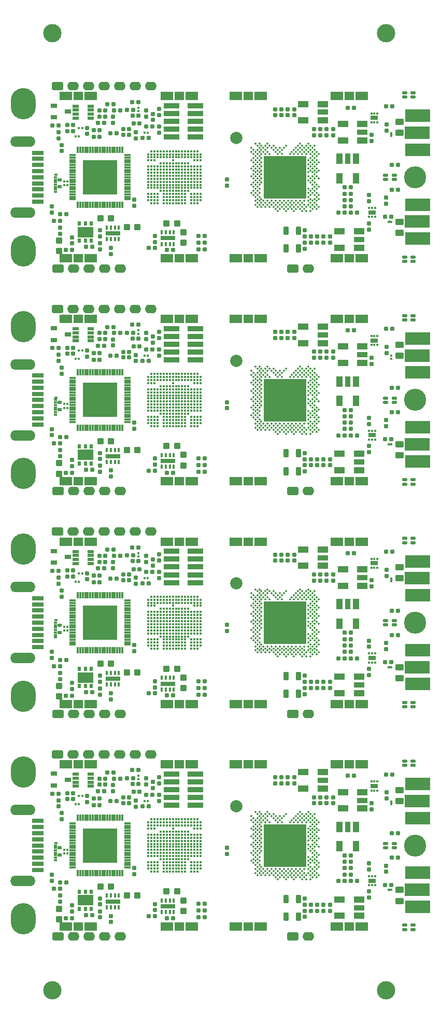
<source format=gts>
G04*
G04 #@! TF.GenerationSoftware,Altium Limited,Altium Designer,19.1.6 (110)*
G04*
G04 Layer_Color=8388736*
%FSLAX44Y44*%
%MOMM*%
G71*
G01*
G75*
%ADD52C,0.3500*%
%ADD65R,7.0000X7.0000*%
%ADD129C,3.0000*%
G04:AMPARAMS|DCode=130|XSize=0.6mm|YSize=0.7mm|CornerRadius=0.1mm|HoleSize=0mm|Usage=FLASHONLY|Rotation=90.000|XOffset=0mm|YOffset=0mm|HoleType=Round|Shape=RoundedRectangle|*
%AMROUNDEDRECTD130*
21,1,0.6000,0.5000,0,0,90.0*
21,1,0.4000,0.7000,0,0,90.0*
1,1,0.2000,0.2500,0.2000*
1,1,0.2000,0.2500,-0.2000*
1,1,0.2000,-0.2500,-0.2000*
1,1,0.2000,-0.2500,0.2000*
%
%ADD130ROUNDEDRECTD130*%
G04:AMPARAMS|DCode=131|XSize=1.1mm|YSize=1mm|CornerRadius=0.1625mm|HoleSize=0mm|Usage=FLASHONLY|Rotation=180.000|XOffset=0mm|YOffset=0mm|HoleType=Round|Shape=RoundedRectangle|*
%AMROUNDEDRECTD131*
21,1,1.1000,0.6750,0,0,180.0*
21,1,0.7750,1.0000,0,0,180.0*
1,1,0.3250,-0.3875,0.3375*
1,1,0.3250,0.3875,0.3375*
1,1,0.3250,0.3875,-0.3375*
1,1,0.3250,-0.3875,-0.3375*
%
%ADD131ROUNDEDRECTD131*%
G04:AMPARAMS|DCode=132|XSize=1.1mm|YSize=1mm|CornerRadius=0.1625mm|HoleSize=0mm|Usage=FLASHONLY|Rotation=270.000|XOffset=0mm|YOffset=0mm|HoleType=Round|Shape=RoundedRectangle|*
%AMROUNDEDRECTD132*
21,1,1.1000,0.6750,0,0,270.0*
21,1,0.7750,1.0000,0,0,270.0*
1,1,0.3250,-0.3375,-0.3875*
1,1,0.3250,-0.3375,0.3875*
1,1,0.3250,0.3375,0.3875*
1,1,0.3250,0.3375,-0.3875*
%
%ADD132ROUNDEDRECTD132*%
G04:AMPARAMS|DCode=133|XSize=0.7mm|YSize=0.7mm|CornerRadius=0.11mm|HoleSize=0mm|Usage=FLASHONLY|Rotation=180.000|XOffset=0mm|YOffset=0mm|HoleType=Round|Shape=RoundedRectangle|*
%AMROUNDEDRECTD133*
21,1,0.7000,0.4800,0,0,180.0*
21,1,0.4800,0.7000,0,0,180.0*
1,1,0.2200,-0.2400,0.2400*
1,1,0.2200,0.2400,0.2400*
1,1,0.2200,0.2400,-0.2400*
1,1,0.2200,-0.2400,-0.2400*
%
%ADD133ROUNDEDRECTD133*%
G04:AMPARAMS|DCode=134|XSize=0.7mm|YSize=0.7mm|CornerRadius=0.11mm|HoleSize=0mm|Usage=FLASHONLY|Rotation=90.000|XOffset=0mm|YOffset=0mm|HoleType=Round|Shape=RoundedRectangle|*
%AMROUNDEDRECTD134*
21,1,0.7000,0.4800,0,0,90.0*
21,1,0.4800,0.7000,0,0,90.0*
1,1,0.2200,0.2400,0.2400*
1,1,0.2200,0.2400,-0.2400*
1,1,0.2200,-0.2400,-0.2400*
1,1,0.2200,-0.2400,0.2400*
%
%ADD134ROUNDEDRECTD134*%
G04:AMPARAMS|DCode=135|XSize=0.6mm|YSize=0.7mm|CornerRadius=0.1mm|HoleSize=0mm|Usage=FLASHONLY|Rotation=0.000|XOffset=0mm|YOffset=0mm|HoleType=Round|Shape=RoundedRectangle|*
%AMROUNDEDRECTD135*
21,1,0.6000,0.5000,0,0,0.0*
21,1,0.4000,0.7000,0,0,0.0*
1,1,0.2000,0.2000,-0.2500*
1,1,0.2000,-0.2000,-0.2500*
1,1,0.2000,-0.2000,0.2500*
1,1,0.2000,0.2000,0.2500*
%
%ADD135ROUNDEDRECTD135*%
%ADD136R,0.4400X0.7400*%
%ADD137R,2.3900X0.7400*%
%ADD138R,1.5000X1.4000*%
%ADD139R,2.1000X1.4000*%
%ADD140C,0.3900*%
G04:AMPARAMS|DCode=141|XSize=0.7mm|YSize=1.1mm|CornerRadius=0.125mm|HoleSize=0mm|Usage=FLASHONLY|Rotation=270.000|XOffset=0mm|YOffset=0mm|HoleType=Round|Shape=RoundedRectangle|*
%AMROUNDEDRECTD141*
21,1,0.7000,0.8500,0,0,270.0*
21,1,0.4500,1.1000,0,0,270.0*
1,1,0.2500,-0.4250,-0.2250*
1,1,0.2500,-0.4250,0.2250*
1,1,0.2500,0.4250,0.2250*
1,1,0.2500,0.4250,-0.2250*
%
%ADD141ROUNDEDRECTD141*%
%ADD142R,0.4000X0.4500*%
%ADD143R,0.3000X1.0000*%
%ADD144R,1.0000X0.3000*%
%ADD145R,5.6500X5.6500*%
%ADD146R,1.1000X0.5000*%
%ADD147R,1.9000X0.8000*%
G04:AMPARAMS|DCode=148|XSize=0.8mm|YSize=0.5mm|CornerRadius=0.1mm|HoleSize=0mm|Usage=FLASHONLY|Rotation=180.000|XOffset=0mm|YOffset=0mm|HoleType=Round|Shape=RoundedRectangle|*
%AMROUNDEDRECTD148*
21,1,0.8000,0.3000,0,0,180.0*
21,1,0.6000,0.5000,0,0,180.0*
1,1,0.2000,-0.3000,0.1500*
1,1,0.2000,0.3000,0.1500*
1,1,0.2000,0.3000,-0.1500*
1,1,0.2000,-0.3000,-0.1500*
%
%ADD148ROUNDEDRECTD148*%
%ADD149R,0.5800X0.3100*%
%ADD150R,0.4800X0.3100*%
%ADD151R,0.7000X0.5500*%
G04:AMPARAMS|DCode=152|XSize=1.4mm|YSize=0.9mm|CornerRadius=0.15mm|HoleSize=0mm|Usage=FLASHONLY|Rotation=270.000|XOffset=0mm|YOffset=0mm|HoleType=Round|Shape=RoundedRectangle|*
%AMROUNDEDRECTD152*
21,1,1.4000,0.6000,0,0,270.0*
21,1,1.1000,0.9000,0,0,270.0*
1,1,0.3000,-0.3000,-0.5500*
1,1,0.3000,-0.3000,0.5500*
1,1,0.3000,0.3000,0.5500*
1,1,0.3000,0.3000,-0.5500*
%
%ADD152ROUNDEDRECTD152*%
G04:AMPARAMS|DCode=153|XSize=1.4mm|YSize=1.1mm|CornerRadius=0.175mm|HoleSize=0mm|Usage=FLASHONLY|Rotation=180.000|XOffset=0mm|YOffset=0mm|HoleType=Round|Shape=RoundedRectangle|*
%AMROUNDEDRECTD153*
21,1,1.4000,0.7500,0,0,180.0*
21,1,1.0500,1.1000,0,0,180.0*
1,1,0.3500,-0.5250,0.3750*
1,1,0.3500,0.5250,0.3750*
1,1,0.3500,0.5250,-0.3750*
1,1,0.3500,-0.5250,-0.3750*
%
%ADD153ROUNDEDRECTD153*%
%ADD154R,1.7500X1.0000*%
%ADD155R,1.7500X0.8600*%
%ADD156R,1.0000X1.7500*%
%ADD157R,0.8600X1.7500*%
%ADD158R,0.4100X0.4000*%
%ADD159R,0.4000X0.4100*%
%ADD160R,4.1000X2.1000*%
%ADD161C,2.0000*%
%ADD162R,2.5000X0.8500*%
%ADD163R,0.4500X0.4000*%
%ADD164R,1.3000X0.8000*%
%ADD165R,0.3500X0.4500*%
%ADD166R,2.6000X1.8000*%
%ADD167R,0.6000X0.8000*%
%ADD168C,3.6000*%
%ADD169O,4.1000X1.7000*%
G04:AMPARAMS|DCode=170|XSize=1.9mm|YSize=1.4mm|CornerRadius=0.375mm|HoleSize=0mm|Usage=FLASHONLY|Rotation=0.000|XOffset=0mm|YOffset=0mm|HoleType=Round|Shape=RoundedRectangle|*
%AMROUNDEDRECTD170*
21,1,1.9000,0.6500,0,0,0.0*
21,1,1.1500,1.4000,0,0,0.0*
1,1,0.7500,0.5750,-0.3250*
1,1,0.7500,-0.5750,-0.3250*
1,1,0.7500,-0.5750,0.3250*
1,1,0.7500,0.5750,0.3250*
%
%ADD170ROUNDEDRECTD170*%
%ADD171O,1.9000X1.4000*%
%ADD172O,4.1000X5.1000*%
%ADD173C,0.6000*%
G36*
X628500Y1317350D02*
X624500D01*
Y1317850D01*
X628500D01*
Y1317350D01*
D02*
G37*
G36*
X624750Y1173350D02*
X623000D01*
Y1177350D01*
X624750Y1177350D01*
Y1173350D01*
D02*
G37*
G36*
X88500Y1121350D02*
X84250D01*
Y1125350D01*
X88500D01*
Y1121350D01*
D02*
G37*
G36*
X628500Y953650D02*
X624500D01*
Y954150D01*
X628500D01*
Y953650D01*
D02*
G37*
G36*
X624750Y809650D02*
X623000D01*
Y813650D01*
X624750Y813650D01*
Y809650D01*
D02*
G37*
G36*
X88500Y757650D02*
X84250D01*
Y761650D01*
X88500D01*
Y757650D01*
D02*
G37*
G36*
X628500Y589950D02*
X624500D01*
Y590450D01*
X628500D01*
Y589950D01*
D02*
G37*
G36*
X624750Y445950D02*
X623000D01*
Y449950D01*
X624750Y449950D01*
Y445950D01*
D02*
G37*
G36*
X88500Y393950D02*
X84250D01*
Y397950D01*
X88500D01*
Y393950D01*
D02*
G37*
G36*
X628500Y226250D02*
X624500D01*
Y226750D01*
X628500D01*
Y226250D01*
D02*
G37*
G36*
X624750Y82250D02*
X623000D01*
Y86250D01*
X624750Y86250D01*
Y82250D01*
D02*
G37*
G36*
X88500Y30250D02*
X84250D01*
Y34250D01*
X88500D01*
Y30250D01*
D02*
G37*
D52*
X490560Y211400D02*
D03*
X493890Y208070D02*
D03*
X497220Y204740D02*
D03*
X500550Y201410D02*
D03*
X503880Y198080D02*
D03*
X507210Y194750D02*
D03*
X503880Y191420D02*
D03*
X500550Y194750D02*
D03*
X493890Y201410D02*
D03*
X497220Y198080D02*
D03*
X487230Y208070D02*
D03*
X490560Y204740D02*
D03*
X487230Y201410D02*
D03*
X483900Y204740D02*
D03*
X493890Y194750D02*
D03*
X490560Y198080D02*
D03*
X497220Y191420D02*
D03*
X500550Y188090D02*
D03*
X483900Y198080D02*
D03*
X480570Y201410D02*
D03*
X487230Y194750D02*
D03*
X497220Y184760D02*
D03*
X493890Y188090D02*
D03*
X473910Y208070D02*
D03*
X477240Y204740D02*
D03*
Y211400D02*
D03*
X480570Y208070D02*
D03*
X503880Y178100D02*
D03*
X500550Y181430D02*
D03*
X507210D02*
D03*
X503880Y184760D02*
D03*
X497220Y178100D02*
D03*
X500550Y174770D02*
D03*
X490560Y184760D02*
D03*
X493890Y181430D02*
D03*
X477240Y198080D02*
D03*
X480570Y194750D02*
D03*
X470580Y204740D02*
D03*
X473910Y201410D02*
D03*
X470580Y198080D02*
D03*
X467250Y201410D02*
D03*
X473910Y194750D02*
D03*
X467250D02*
D03*
X463920Y198080D02*
D03*
X460590Y194750D02*
D03*
X507210Y168110D02*
D03*
X503880Y171440D02*
D03*
X500550Y168110D02*
D03*
X503880Y164780D02*
D03*
X490560Y178100D02*
D03*
X497220Y171440D02*
D03*
X493890Y174770D02*
D03*
X503880Y158120D02*
D03*
X507210Y154790D02*
D03*
X493890Y168110D02*
D03*
X490560Y171440D02*
D03*
X500550Y161450D02*
D03*
X497220Y164780D02*
D03*
X490560D02*
D03*
X500550Y154790D02*
D03*
X497220Y158120D02*
D03*
Y151460D02*
D03*
X500550Y148130D02*
D03*
X490560Y158120D02*
D03*
X493890Y154790D02*
D03*
X507210Y141470D02*
D03*
X503880Y144800D02*
D03*
X497220D02*
D03*
X500550Y141470D02*
D03*
X490560Y151460D02*
D03*
X493890Y148130D02*
D03*
X503880Y138140D02*
D03*
X497220D02*
D03*
X500550Y134810D02*
D03*
X507210Y128150D02*
D03*
X503880Y131480D02*
D03*
X497220D02*
D03*
X500550Y128150D02*
D03*
X490560Y138140D02*
D03*
X493890Y134810D02*
D03*
X507210Y121490D02*
D03*
X503880Y124820D02*
D03*
X500550Y121490D02*
D03*
X490560Y131480D02*
D03*
X493890Y128150D02*
D03*
X500550Y114830D02*
D03*
X490560Y124820D02*
D03*
X493890Y121490D02*
D03*
X507210Y108170D02*
D03*
X503880Y111500D02*
D03*
X497220D02*
D03*
X500550Y108170D02*
D03*
X493890Y114830D02*
D03*
X503880Y104840D02*
D03*
X497220D02*
D03*
X490560Y111500D02*
D03*
X493890Y108170D02*
D03*
X500550Y208070D02*
D03*
X447270Y194750D02*
D03*
X440610D02*
D03*
X443940Y198080D02*
D03*
X447270Y201410D02*
D03*
X450600Y204740D02*
D03*
X453930Y208070D02*
D03*
X437280Y198080D02*
D03*
X440610Y201410D02*
D03*
X437280Y204740D02*
D03*
X433950Y201410D02*
D03*
Y208070D02*
D03*
X430620Y204740D02*
D03*
X443940D02*
D03*
X427290Y208070D02*
D03*
X423960Y211400D02*
D03*
X420630Y208070D02*
D03*
X423960Y204740D02*
D03*
X427290Y194750D02*
D03*
X423960Y198080D02*
D03*
X420630Y201410D02*
D03*
X413970Y208070D02*
D03*
X417300Y204740D02*
D03*
X410640Y211400D02*
D03*
X403980D02*
D03*
X410640Y204740D02*
D03*
X407310Y208070D02*
D03*
X413970Y201410D02*
D03*
X417300Y198080D02*
D03*
X420630Y194750D02*
D03*
X407310Y201410D02*
D03*
X410640Y198080D02*
D03*
X413970Y194750D02*
D03*
X397320Y204740D02*
D03*
X403980Y198080D02*
D03*
X400650Y201410D02*
D03*
X407310Y194750D02*
D03*
X410640Y191420D02*
D03*
X413970Y188090D02*
D03*
X397320Y198080D02*
D03*
X403980Y191420D02*
D03*
X400650Y194750D02*
D03*
X407310Y188090D02*
D03*
X410640Y184760D02*
D03*
X413970Y181430D02*
D03*
X403980Y184760D02*
D03*
X400650Y188090D02*
D03*
X407310Y181430D02*
D03*
X410640Y178100D02*
D03*
X413970Y174770D02*
D03*
X397320Y184760D02*
D03*
X403980Y178100D02*
D03*
X400650Y181430D02*
D03*
X407310Y174770D02*
D03*
X410640Y171440D02*
D03*
X413970Y168110D02*
D03*
X403980Y171440D02*
D03*
X400650Y174770D02*
D03*
X407310Y168110D02*
D03*
X410640Y164780D02*
D03*
X413970Y161450D02*
D03*
X397320Y171440D02*
D03*
X403980Y164780D02*
D03*
X400650Y168110D02*
D03*
X407310Y161450D02*
D03*
X410640Y158120D02*
D03*
X413970Y154790D02*
D03*
X403980Y158120D02*
D03*
X400650Y161450D02*
D03*
X407310Y154790D02*
D03*
X410640Y151460D02*
D03*
X413970Y148130D02*
D03*
X397320Y158120D02*
D03*
X403980Y151460D02*
D03*
X400650Y154790D02*
D03*
X407310Y148130D02*
D03*
X410640Y144800D02*
D03*
X403980Y144800D02*
D03*
X400650Y148130D02*
D03*
X407310Y141470D02*
D03*
X410640Y138140D02*
D03*
X397320Y144800D02*
D03*
X403980Y138140D02*
D03*
X400650Y141470D02*
D03*
X407310Y134810D02*
D03*
X410640Y131480D02*
D03*
X400650Y134810D02*
D03*
X407310Y128150D02*
D03*
X403980Y131480D02*
D03*
X410640Y124820D02*
D03*
X413970Y121490D02*
D03*
X417300Y118160D02*
D03*
X397320Y131480D02*
D03*
X403980Y124820D02*
D03*
X400650Y128150D02*
D03*
X407310Y121489D02*
D03*
X410640Y118160D02*
D03*
X413970Y114830D02*
D03*
X420630Y108169D02*
D03*
X417300Y111500D02*
D03*
X423960D02*
D03*
X420630Y114830D02*
D03*
X413970Y108169D02*
D03*
X410640Y111500D02*
D03*
X407310Y114830D02*
D03*
X403980Y118160D02*
D03*
X407310Y108169D02*
D03*
X403980Y111500D02*
D03*
X423960Y118160D02*
D03*
X430620D02*
D03*
X437280D02*
D03*
X443940D02*
D03*
X450600D02*
D03*
X457260D02*
D03*
X463920D02*
D03*
X470580D02*
D03*
X477240D02*
D03*
X483900D02*
D03*
X490560D02*
D03*
X497220D02*
D03*
X503880D02*
D03*
X427290Y114830D02*
D03*
X433950D02*
D03*
X440610D02*
D03*
X447270D02*
D03*
X453930D02*
D03*
X460590D02*
D03*
X467250D02*
D03*
X480570D02*
D03*
X473910D02*
D03*
X483900Y111500D02*
D03*
X477240D02*
D03*
X470580D02*
D03*
X463920D02*
D03*
X457260D02*
D03*
X450600D02*
D03*
X443940D02*
D03*
X437280D02*
D03*
X430620D02*
D03*
X480570Y108169D02*
D03*
X473910D02*
D03*
X467250D02*
D03*
X460590D02*
D03*
X453930D02*
D03*
X447270D02*
D03*
X440610D02*
D03*
X433950D02*
D03*
X427290D02*
D03*
X487230D02*
D03*
X493890Y101510D02*
D03*
X483900Y104839D02*
D03*
X437280D02*
D03*
X443940D02*
D03*
X450600D02*
D03*
X457260D02*
D03*
X463920D02*
D03*
X470580D02*
D03*
X477240D02*
D03*
X487230Y101510D02*
D03*
X480570D02*
D03*
X467250D02*
D03*
X453930D02*
D03*
X440610D02*
D03*
X490560Y575100D02*
D03*
X493890Y571770D02*
D03*
X497220Y568440D02*
D03*
X500550Y565110D02*
D03*
X503880Y561780D02*
D03*
X507210Y558450D02*
D03*
X503880Y555120D02*
D03*
X500550Y558450D02*
D03*
X493890Y565110D02*
D03*
X497220Y561780D02*
D03*
X487230Y571770D02*
D03*
X490560Y568440D02*
D03*
X487230Y565110D02*
D03*
X483900Y568440D02*
D03*
X493890Y558450D02*
D03*
X490560Y561780D02*
D03*
X497220Y555120D02*
D03*
X500550Y551790D02*
D03*
X483900Y561780D02*
D03*
X480570Y565110D02*
D03*
X487230Y558450D02*
D03*
X497220Y548460D02*
D03*
X493890Y551790D02*
D03*
X473910Y571770D02*
D03*
X477240Y568440D02*
D03*
Y575100D02*
D03*
X480570Y571770D02*
D03*
X503880Y541800D02*
D03*
X500550Y545130D02*
D03*
X507210D02*
D03*
X503880Y548460D02*
D03*
X497220Y541800D02*
D03*
X500550Y538470D02*
D03*
X490560Y548460D02*
D03*
X493890Y545130D02*
D03*
X477240Y561780D02*
D03*
X480570Y558450D02*
D03*
X470580Y568440D02*
D03*
X473910Y565110D02*
D03*
X470580Y561780D02*
D03*
X467250Y565110D02*
D03*
X473910Y558450D02*
D03*
X467250D02*
D03*
X463920Y561780D02*
D03*
X460590Y558450D02*
D03*
X507210Y531810D02*
D03*
X503880Y535140D02*
D03*
X500550Y531810D02*
D03*
X503880Y528480D02*
D03*
X490560Y541800D02*
D03*
X497220Y535140D02*
D03*
X493890Y538470D02*
D03*
X503880Y521820D02*
D03*
X507210Y518490D02*
D03*
X493890Y531810D02*
D03*
X490560Y535140D02*
D03*
X500550Y525150D02*
D03*
X497220Y528480D02*
D03*
X490560D02*
D03*
X500550Y518490D02*
D03*
X497220Y521820D02*
D03*
Y515160D02*
D03*
X500550Y511830D02*
D03*
X490560Y521820D02*
D03*
X493890Y518490D02*
D03*
X507210Y505170D02*
D03*
X503880Y508500D02*
D03*
X497220D02*
D03*
X500550Y505170D02*
D03*
X490560Y515160D02*
D03*
X493890Y511830D02*
D03*
X503880Y501840D02*
D03*
X497220D02*
D03*
X500550Y498510D02*
D03*
X507210Y491850D02*
D03*
X503880Y495180D02*
D03*
X497220D02*
D03*
X500550Y491850D02*
D03*
X490560Y501840D02*
D03*
X493890Y498510D02*
D03*
X507210Y485190D02*
D03*
X503880Y488520D02*
D03*
X500550Y485190D02*
D03*
X490560Y495180D02*
D03*
X493890Y491850D02*
D03*
X500550Y478530D02*
D03*
X490560Y488520D02*
D03*
X493890Y485190D02*
D03*
X507210Y471870D02*
D03*
X503880Y475200D02*
D03*
X497220D02*
D03*
X500550Y471870D02*
D03*
X493890Y478530D02*
D03*
X503880Y468540D02*
D03*
X497220D02*
D03*
X490560Y475200D02*
D03*
X493890Y471870D02*
D03*
X500550Y571770D02*
D03*
X447270Y558450D02*
D03*
X440610D02*
D03*
X443940Y561780D02*
D03*
X447270Y565110D02*
D03*
X450600Y568440D02*
D03*
X453930Y571770D02*
D03*
X437280Y561780D02*
D03*
X440610Y565110D02*
D03*
X437280Y568440D02*
D03*
X433950Y565110D02*
D03*
Y571770D02*
D03*
X430620Y568440D02*
D03*
X443940D02*
D03*
X427290Y571770D02*
D03*
X423960Y575100D02*
D03*
X420630Y571770D02*
D03*
X423960Y568440D02*
D03*
X427290Y558450D02*
D03*
X423960Y561780D02*
D03*
X420630Y565110D02*
D03*
X413970Y571770D02*
D03*
X417300Y568440D02*
D03*
X410640Y575100D02*
D03*
X403980D02*
D03*
X410640Y568440D02*
D03*
X407310Y571770D02*
D03*
X413970Y565110D02*
D03*
X417300Y561780D02*
D03*
X420630Y558450D02*
D03*
X407310Y565110D02*
D03*
X410640Y561780D02*
D03*
X413970Y558450D02*
D03*
X397320Y568440D02*
D03*
X403980Y561780D02*
D03*
X400650Y565110D02*
D03*
X407310Y558450D02*
D03*
X410640Y555120D02*
D03*
X413970Y551790D02*
D03*
X397320Y561780D02*
D03*
X403980Y555120D02*
D03*
X400650Y558450D02*
D03*
X407310Y551790D02*
D03*
X410640Y548460D02*
D03*
X413970Y545130D02*
D03*
X403980Y548460D02*
D03*
X400650Y551790D02*
D03*
X407310Y545130D02*
D03*
X410640Y541800D02*
D03*
X413970Y538470D02*
D03*
X397320Y548460D02*
D03*
X403980Y541800D02*
D03*
X400650Y545130D02*
D03*
X407310Y538470D02*
D03*
X410640Y535140D02*
D03*
X413970Y531810D02*
D03*
X403980Y535140D02*
D03*
X400650Y538470D02*
D03*
X407310Y531810D02*
D03*
X410640Y528480D02*
D03*
X413970Y525150D02*
D03*
X397320Y535140D02*
D03*
X403980Y528480D02*
D03*
X400650Y531810D02*
D03*
X407310Y525150D02*
D03*
X410640Y521820D02*
D03*
X413970Y518490D02*
D03*
X403980Y521820D02*
D03*
X400650Y525150D02*
D03*
X407310Y518490D02*
D03*
X410640Y515160D02*
D03*
X413970Y511830D02*
D03*
X397320Y521820D02*
D03*
X403980Y515160D02*
D03*
X400650Y518490D02*
D03*
X407310Y511830D02*
D03*
X410640Y508500D02*
D03*
X403980Y508500D02*
D03*
X400650Y511830D02*
D03*
X407310Y505170D02*
D03*
X410640Y501840D02*
D03*
X397320Y508500D02*
D03*
X403980Y501840D02*
D03*
X400650Y505170D02*
D03*
X407310Y498510D02*
D03*
X410640Y495180D02*
D03*
X400650Y498510D02*
D03*
X407310Y491850D02*
D03*
X403980Y495180D02*
D03*
X410640Y488520D02*
D03*
X413970Y485190D02*
D03*
X417300Y481860D02*
D03*
X397320Y495180D02*
D03*
X403980Y488520D02*
D03*
X400650Y491850D02*
D03*
X407310Y485190D02*
D03*
X410640Y481860D02*
D03*
X413970Y478530D02*
D03*
X420630Y471870D02*
D03*
X417300Y475200D02*
D03*
X423960D02*
D03*
X420630Y478530D02*
D03*
X413970Y471870D02*
D03*
X410640Y475200D02*
D03*
X407310Y478530D02*
D03*
X403980Y481860D02*
D03*
X407310Y471870D02*
D03*
X403980Y475200D02*
D03*
X423960Y481860D02*
D03*
X430620D02*
D03*
X437280D02*
D03*
X443940D02*
D03*
X450600D02*
D03*
X457260D02*
D03*
X463920D02*
D03*
X470580D02*
D03*
X477240D02*
D03*
X483900D02*
D03*
X490560D02*
D03*
X497220D02*
D03*
X503880D02*
D03*
X427290Y478530D02*
D03*
X433950D02*
D03*
X440610D02*
D03*
X447270D02*
D03*
X453930D02*
D03*
X460590D02*
D03*
X467250D02*
D03*
X480570D02*
D03*
X473910D02*
D03*
X483900Y475200D02*
D03*
X477240D02*
D03*
X470580D02*
D03*
X463920D02*
D03*
X457260D02*
D03*
X450600D02*
D03*
X443940D02*
D03*
X437280D02*
D03*
X430620D02*
D03*
X480570Y471870D02*
D03*
X473910D02*
D03*
X467250D02*
D03*
X460590D02*
D03*
X453930D02*
D03*
X447270D02*
D03*
X440610D02*
D03*
X433950D02*
D03*
X427290D02*
D03*
X487230D02*
D03*
X493890Y465210D02*
D03*
X483900Y468540D02*
D03*
X437280D02*
D03*
X443940D02*
D03*
X450600D02*
D03*
X457260D02*
D03*
X463920D02*
D03*
X470580D02*
D03*
X477240D02*
D03*
X487230Y465210D02*
D03*
X480570D02*
D03*
X467250D02*
D03*
X453930D02*
D03*
X440610D02*
D03*
X490560Y938800D02*
D03*
X493890Y935470D02*
D03*
X497220Y932140D02*
D03*
X500550Y928810D02*
D03*
X503880Y925480D02*
D03*
X507210Y922150D02*
D03*
X503880Y918820D02*
D03*
X500550Y922150D02*
D03*
X493890Y928810D02*
D03*
X497220Y925480D02*
D03*
X487230Y935470D02*
D03*
X490560Y932140D02*
D03*
X487230Y928810D02*
D03*
X483900Y932140D02*
D03*
X493890Y922150D02*
D03*
X490560Y925480D02*
D03*
X497220Y918820D02*
D03*
X500550Y915490D02*
D03*
X483900Y925480D02*
D03*
X480570Y928810D02*
D03*
X487230Y922150D02*
D03*
X497220Y912160D02*
D03*
X493890Y915490D02*
D03*
X473910Y935470D02*
D03*
X477240Y932140D02*
D03*
Y938800D02*
D03*
X480570Y935470D02*
D03*
X503880Y905500D02*
D03*
X500550Y908830D02*
D03*
X507210D02*
D03*
X503880Y912160D02*
D03*
X497220Y905500D02*
D03*
X500550Y902170D02*
D03*
X490560Y912160D02*
D03*
X493890Y908830D02*
D03*
X477240Y925480D02*
D03*
X480570Y922150D02*
D03*
X470580Y932140D02*
D03*
X473910Y928810D02*
D03*
X470580Y925480D02*
D03*
X467250Y928810D02*
D03*
X473910Y922150D02*
D03*
X467250D02*
D03*
X463920Y925480D02*
D03*
X460590Y922150D02*
D03*
X507210Y895510D02*
D03*
X503880Y898840D02*
D03*
X500550Y895510D02*
D03*
X503880Y892180D02*
D03*
X490560Y905500D02*
D03*
X497220Y898840D02*
D03*
X493890Y902170D02*
D03*
X503880Y885520D02*
D03*
X507210Y882190D02*
D03*
X493890Y895510D02*
D03*
X490560Y898840D02*
D03*
X500550Y888850D02*
D03*
X497220Y892180D02*
D03*
X490560D02*
D03*
X500550Y882190D02*
D03*
X497220Y885520D02*
D03*
Y878860D02*
D03*
X500550Y875530D02*
D03*
X490560Y885520D02*
D03*
X493890Y882190D02*
D03*
X507210Y868870D02*
D03*
X503880Y872200D02*
D03*
X497220D02*
D03*
X500550Y868870D02*
D03*
X490560Y878860D02*
D03*
X493890Y875530D02*
D03*
X503880Y865540D02*
D03*
X497220D02*
D03*
X500550Y862210D02*
D03*
X507210Y855550D02*
D03*
X503880Y858880D02*
D03*
X497220D02*
D03*
X500550Y855550D02*
D03*
X490560Y865540D02*
D03*
X493890Y862210D02*
D03*
X507210Y848890D02*
D03*
X503880Y852220D02*
D03*
X500550Y848890D02*
D03*
X490560Y858880D02*
D03*
X493890Y855550D02*
D03*
X500550Y842230D02*
D03*
X490560Y852220D02*
D03*
X493890Y848890D02*
D03*
X507210Y835570D02*
D03*
X503880Y838900D02*
D03*
X497220D02*
D03*
X500550Y835570D02*
D03*
X493890Y842230D02*
D03*
X503880Y832240D02*
D03*
X497220D02*
D03*
X490560Y838900D02*
D03*
X493890Y835570D02*
D03*
X500550Y935470D02*
D03*
X447270Y922150D02*
D03*
X440610D02*
D03*
X443940Y925480D02*
D03*
X447270Y928810D02*
D03*
X450600Y932140D02*
D03*
X453930Y935470D02*
D03*
X437280Y925480D02*
D03*
X440610Y928810D02*
D03*
X437280Y932140D02*
D03*
X433950Y928810D02*
D03*
Y935470D02*
D03*
X430620Y932140D02*
D03*
X443940D02*
D03*
X427290Y935470D02*
D03*
X423960Y938800D02*
D03*
X420630Y935470D02*
D03*
X423960Y932140D02*
D03*
X427290Y922150D02*
D03*
X423960Y925480D02*
D03*
X420630Y928810D02*
D03*
X413970Y935470D02*
D03*
X417300Y932140D02*
D03*
X410640Y938800D02*
D03*
X403980D02*
D03*
X410640Y932140D02*
D03*
X407310Y935470D02*
D03*
X413970Y928810D02*
D03*
X417300Y925480D02*
D03*
X420630Y922150D02*
D03*
X407310Y928810D02*
D03*
X410640Y925480D02*
D03*
X413970Y922150D02*
D03*
X397320Y932140D02*
D03*
X403980Y925480D02*
D03*
X400650Y928810D02*
D03*
X407310Y922150D02*
D03*
X410640Y918820D02*
D03*
X413970Y915490D02*
D03*
X397320Y925480D02*
D03*
X403980Y918820D02*
D03*
X400650Y922150D02*
D03*
X407310Y915490D02*
D03*
X410640Y912160D02*
D03*
X413970Y908830D02*
D03*
X403980Y912160D02*
D03*
X400650Y915490D02*
D03*
X407310Y908830D02*
D03*
X410640Y905500D02*
D03*
X413970Y902170D02*
D03*
X397320Y912160D02*
D03*
X403980Y905500D02*
D03*
X400650Y908830D02*
D03*
X407310Y902170D02*
D03*
X410640Y898840D02*
D03*
X413970Y895510D02*
D03*
X403980Y898840D02*
D03*
X400650Y902170D02*
D03*
X407310Y895510D02*
D03*
X410640Y892180D02*
D03*
X413970Y888850D02*
D03*
X397320Y898840D02*
D03*
X403980Y892180D02*
D03*
X400650Y895510D02*
D03*
X407310Y888850D02*
D03*
X410640Y885520D02*
D03*
X413970Y882190D02*
D03*
X403980Y885520D02*
D03*
X400650Y888850D02*
D03*
X407310Y882190D02*
D03*
X410640Y878860D02*
D03*
X413970Y875530D02*
D03*
X397320Y885520D02*
D03*
X403980Y878860D02*
D03*
X400650Y882190D02*
D03*
X407310Y875530D02*
D03*
X410640Y872200D02*
D03*
X403980Y872200D02*
D03*
X400650Y875530D02*
D03*
X407310Y868870D02*
D03*
X410640Y865540D02*
D03*
X397320Y872200D02*
D03*
X403980Y865540D02*
D03*
X400650Y868870D02*
D03*
X407310Y862210D02*
D03*
X410640Y858880D02*
D03*
X400650Y862210D02*
D03*
X407310Y855550D02*
D03*
X403980Y858880D02*
D03*
X410640Y852220D02*
D03*
X413970Y848890D02*
D03*
X417300Y845560D02*
D03*
X397320Y858880D02*
D03*
X403980Y852220D02*
D03*
X400650Y855550D02*
D03*
X407310Y848890D02*
D03*
X410640Y845560D02*
D03*
X413970Y842230D02*
D03*
X420630Y835570D02*
D03*
X417300Y838900D02*
D03*
X423960D02*
D03*
X420630Y842230D02*
D03*
X413970Y835570D02*
D03*
X410640Y838900D02*
D03*
X407310Y842230D02*
D03*
X403980Y845560D02*
D03*
X407310Y835570D02*
D03*
X403980Y838900D02*
D03*
X423960Y845560D02*
D03*
X430620D02*
D03*
X437280D02*
D03*
X443940D02*
D03*
X450600D02*
D03*
X457260D02*
D03*
X463920D02*
D03*
X470580D02*
D03*
X477240D02*
D03*
X483900D02*
D03*
X490560D02*
D03*
X497220D02*
D03*
X503880D02*
D03*
X427290Y842230D02*
D03*
X433950D02*
D03*
X440610D02*
D03*
X447270D02*
D03*
X453930D02*
D03*
X460590D02*
D03*
X467250D02*
D03*
X480570D02*
D03*
X473910D02*
D03*
X483900Y838900D02*
D03*
X477240D02*
D03*
X470580D02*
D03*
X463920D02*
D03*
X457260D02*
D03*
X450600D02*
D03*
X443940D02*
D03*
X437280D02*
D03*
X430620D02*
D03*
X480570Y835570D02*
D03*
X473910D02*
D03*
X467250D02*
D03*
X460590D02*
D03*
X453930D02*
D03*
X447270D02*
D03*
X440610D02*
D03*
X433950D02*
D03*
X427290D02*
D03*
X487230D02*
D03*
X493890Y828910D02*
D03*
X483900Y832240D02*
D03*
X437280D02*
D03*
X443940D02*
D03*
X450600D02*
D03*
X457260D02*
D03*
X463920D02*
D03*
X470580D02*
D03*
X477240D02*
D03*
X487230Y828910D02*
D03*
X480570D02*
D03*
X467250D02*
D03*
X453930D02*
D03*
X440610D02*
D03*
X490560Y1302500D02*
D03*
X493890Y1299170D02*
D03*
X497220Y1295840D02*
D03*
X500550Y1292510D02*
D03*
X503880Y1289180D02*
D03*
X507210Y1285850D02*
D03*
X503880Y1282520D02*
D03*
X500550Y1285850D02*
D03*
X493890Y1292510D02*
D03*
X497220Y1289180D02*
D03*
X487230Y1299170D02*
D03*
X490560Y1295840D02*
D03*
X487230Y1292510D02*
D03*
X483900Y1295840D02*
D03*
X493890Y1285850D02*
D03*
X490560Y1289180D02*
D03*
X497220Y1282520D02*
D03*
X500550Y1279190D02*
D03*
X483900Y1289180D02*
D03*
X480570Y1292510D02*
D03*
X487230Y1285850D02*
D03*
X497220Y1275860D02*
D03*
X493890Y1279190D02*
D03*
X473910Y1299170D02*
D03*
X477240Y1295840D02*
D03*
Y1302500D02*
D03*
X480570Y1299170D02*
D03*
X503880Y1269200D02*
D03*
X500550Y1272530D02*
D03*
X507210D02*
D03*
X503880Y1275860D02*
D03*
X497220Y1269200D02*
D03*
X500550Y1265870D02*
D03*
X490560Y1275860D02*
D03*
X493890Y1272530D02*
D03*
X477240Y1289180D02*
D03*
X480570Y1285850D02*
D03*
X470580Y1295840D02*
D03*
X473910Y1292510D02*
D03*
X470580Y1289180D02*
D03*
X467250Y1292510D02*
D03*
X473910Y1285850D02*
D03*
X467250D02*
D03*
X463920Y1289180D02*
D03*
X460590Y1285850D02*
D03*
X507210Y1259210D02*
D03*
X503880Y1262540D02*
D03*
X500550Y1259210D02*
D03*
X503880Y1255880D02*
D03*
X490560Y1269200D02*
D03*
X497220Y1262540D02*
D03*
X493890Y1265870D02*
D03*
X503880Y1249220D02*
D03*
X507210Y1245890D02*
D03*
X493890Y1259210D02*
D03*
X490560Y1262540D02*
D03*
X500550Y1252550D02*
D03*
X497220Y1255880D02*
D03*
X490560D02*
D03*
X500550Y1245890D02*
D03*
X497220Y1249220D02*
D03*
Y1242560D02*
D03*
X500550Y1239230D02*
D03*
X490560Y1249220D02*
D03*
X493890Y1245890D02*
D03*
X507210Y1232570D02*
D03*
X503880Y1235900D02*
D03*
X497220D02*
D03*
X500550Y1232570D02*
D03*
X490560Y1242560D02*
D03*
X493890Y1239230D02*
D03*
X503880Y1229240D02*
D03*
X497220D02*
D03*
X500550Y1225910D02*
D03*
X507210Y1219250D02*
D03*
X503880Y1222580D02*
D03*
X497220D02*
D03*
X500550Y1219250D02*
D03*
X490560Y1229240D02*
D03*
X493890Y1225910D02*
D03*
X507210Y1212590D02*
D03*
X503880Y1215920D02*
D03*
X500550Y1212590D02*
D03*
X490560Y1222580D02*
D03*
X493890Y1219250D02*
D03*
X500550Y1205930D02*
D03*
X490560Y1215920D02*
D03*
X493890Y1212590D02*
D03*
X507210Y1199270D02*
D03*
X503880Y1202600D02*
D03*
X497220D02*
D03*
X500550Y1199270D02*
D03*
X493890Y1205930D02*
D03*
X503880Y1195940D02*
D03*
X497220D02*
D03*
X490560Y1202600D02*
D03*
X493890Y1199270D02*
D03*
X500550Y1299170D02*
D03*
X447270Y1285850D02*
D03*
X440610D02*
D03*
X443940Y1289180D02*
D03*
X447270Y1292510D02*
D03*
X450600Y1295840D02*
D03*
X453930Y1299170D02*
D03*
X437280Y1289180D02*
D03*
X440610Y1292510D02*
D03*
X437280Y1295840D02*
D03*
X433950Y1292510D02*
D03*
Y1299170D02*
D03*
X430620Y1295840D02*
D03*
X443940D02*
D03*
X427290Y1299170D02*
D03*
X423960Y1302500D02*
D03*
X420630Y1299170D02*
D03*
X423960Y1295840D02*
D03*
X427290Y1285850D02*
D03*
X423960Y1289180D02*
D03*
X420630Y1292510D02*
D03*
X413970Y1299170D02*
D03*
X417300Y1295840D02*
D03*
X410640Y1302500D02*
D03*
X403980D02*
D03*
X410640Y1295840D02*
D03*
X407310Y1299170D02*
D03*
X413970Y1292510D02*
D03*
X417300Y1289180D02*
D03*
X420630Y1285850D02*
D03*
X407310Y1292510D02*
D03*
X410640Y1289180D02*
D03*
X413970Y1285850D02*
D03*
X397320Y1295840D02*
D03*
X403980Y1289180D02*
D03*
X400650Y1292510D02*
D03*
X407310Y1285850D02*
D03*
X410640Y1282520D02*
D03*
X413970Y1279190D02*
D03*
X397320Y1289180D02*
D03*
X403980Y1282520D02*
D03*
X400650Y1285850D02*
D03*
X407310Y1279190D02*
D03*
X410640Y1275860D02*
D03*
X413970Y1272530D02*
D03*
X403980Y1275860D02*
D03*
X400650Y1279190D02*
D03*
X407310Y1272530D02*
D03*
X410640Y1269200D02*
D03*
X413970Y1265870D02*
D03*
X397320Y1275860D02*
D03*
X403980Y1269200D02*
D03*
X400650Y1272530D02*
D03*
X407310Y1265870D02*
D03*
X410640Y1262540D02*
D03*
X413970Y1259210D02*
D03*
X403980Y1262540D02*
D03*
X400650Y1265870D02*
D03*
X407310Y1259210D02*
D03*
X410640Y1255880D02*
D03*
X413970Y1252550D02*
D03*
X397320Y1262540D02*
D03*
X403980Y1255880D02*
D03*
X400650Y1259210D02*
D03*
X407310Y1252550D02*
D03*
X410640Y1249220D02*
D03*
X413970Y1245890D02*
D03*
X403980Y1249220D02*
D03*
X400650Y1252550D02*
D03*
X407310Y1245890D02*
D03*
X410640Y1242560D02*
D03*
X413970Y1239230D02*
D03*
X397320Y1249220D02*
D03*
X403980Y1242560D02*
D03*
X400650Y1245890D02*
D03*
X407310Y1239230D02*
D03*
X410640Y1235900D02*
D03*
X403980Y1235900D02*
D03*
X400650Y1239230D02*
D03*
X407310Y1232570D02*
D03*
X410640Y1229240D02*
D03*
X397320Y1235900D02*
D03*
X403980Y1229240D02*
D03*
X400650Y1232570D02*
D03*
X407310Y1225910D02*
D03*
X410640Y1222580D02*
D03*
X400650Y1225910D02*
D03*
X407310Y1219250D02*
D03*
X403980Y1222580D02*
D03*
X410640Y1215920D02*
D03*
X413970Y1212590D02*
D03*
X417300Y1209260D02*
D03*
X397320Y1222580D02*
D03*
X403980Y1215920D02*
D03*
X400650Y1219250D02*
D03*
X407310Y1212590D02*
D03*
X410640Y1209260D02*
D03*
X413970Y1205930D02*
D03*
X420630Y1199270D02*
D03*
X417300Y1202600D02*
D03*
X423960D02*
D03*
X420630Y1205930D02*
D03*
X413970Y1199270D02*
D03*
X410640Y1202600D02*
D03*
X407310Y1205930D02*
D03*
X403980Y1209260D02*
D03*
X407310Y1199270D02*
D03*
X403980Y1202600D02*
D03*
X423960Y1209260D02*
D03*
X430620D02*
D03*
X437280D02*
D03*
X443940D02*
D03*
X450600D02*
D03*
X457260D02*
D03*
X463920D02*
D03*
X470580D02*
D03*
X477240D02*
D03*
X483900D02*
D03*
X490560D02*
D03*
X497220D02*
D03*
X503880D02*
D03*
X427290Y1205930D02*
D03*
X433950D02*
D03*
X440610D02*
D03*
X447270D02*
D03*
X453930D02*
D03*
X460590D02*
D03*
X467250D02*
D03*
X480570D02*
D03*
X473910D02*
D03*
X483900Y1202600D02*
D03*
X477240D02*
D03*
X470580D02*
D03*
X463920D02*
D03*
X457260D02*
D03*
X450600D02*
D03*
X443940D02*
D03*
X437280D02*
D03*
X430620D02*
D03*
X480570Y1199270D02*
D03*
X473910D02*
D03*
X467250D02*
D03*
X460590D02*
D03*
X453930D02*
D03*
X447270D02*
D03*
X440610D02*
D03*
X433950D02*
D03*
X427290D02*
D03*
X487230D02*
D03*
X493890Y1192610D02*
D03*
X483900Y1195940D02*
D03*
X437280D02*
D03*
X443940D02*
D03*
X450600D02*
D03*
X457260D02*
D03*
X463920D02*
D03*
X470580D02*
D03*
X477240D02*
D03*
X487230Y1192610D02*
D03*
X480570D02*
D03*
X467250D02*
D03*
X453930D02*
D03*
X440610D02*
D03*
D65*
X452160Y156410D02*
D03*
Y520110D02*
D03*
Y883810D02*
D03*
Y1247510D02*
D03*
D129*
X71999Y1482800D02*
D03*
X617999D02*
D03*
X618000Y-80000D02*
D03*
X72000D02*
D03*
D130*
X137500Y43250D02*
D03*
X127500D02*
D03*
X269250Y38000D02*
D03*
X259250D02*
D03*
X229500Y220750D02*
D03*
X219500D02*
D03*
X96500Y232250D02*
D03*
X106500D02*
D03*
Y242250D02*
D03*
X96500D02*
D03*
X149000Y266000D02*
D03*
X159000D02*
D03*
X149000Y256000D02*
D03*
X159000D02*
D03*
X177000Y229000D02*
D03*
X167000D02*
D03*
X626250Y92500D02*
D03*
X616250D02*
D03*
X510250Y235500D02*
D03*
X520250D02*
D03*
X447000Y268000D02*
D03*
X457000D02*
D03*
X457000Y258000D02*
D03*
X447000D02*
D03*
X75000Y85750D02*
D03*
X85000D02*
D03*
X505352Y50150D02*
D03*
X515352D02*
D03*
X183500Y266000D02*
D03*
X173500D02*
D03*
X198000Y226250D02*
D03*
X188000D02*
D03*
X213250Y257250D02*
D03*
X203250D02*
D03*
X215000Y244350D02*
D03*
X205000D02*
D03*
X198000Y235250D02*
D03*
X188000D02*
D03*
X172250Y276000D02*
D03*
X162250D02*
D03*
X560000Y109350D02*
D03*
X550000D02*
D03*
X505352Y60150D02*
D03*
X515352D02*
D03*
X510250Y225500D02*
D03*
X520250D02*
D03*
X550000Y140350D02*
D03*
X560000D02*
D03*
X202750Y279750D02*
D03*
X212750D02*
D03*
X555250Y270500D02*
D03*
X565250Y270500D02*
D03*
X627500Y272750D02*
D03*
X617500D02*
D03*
X137500Y406950D02*
D03*
X127500D02*
D03*
X269250Y401700D02*
D03*
X259250D02*
D03*
X229500Y584450D02*
D03*
X219500D02*
D03*
X96500Y595950D02*
D03*
X106500D02*
D03*
Y605950D02*
D03*
X96500D02*
D03*
X149000Y629700D02*
D03*
X159000D02*
D03*
X149000Y619700D02*
D03*
X159000D02*
D03*
X177000Y592700D02*
D03*
X167000D02*
D03*
X626250Y456200D02*
D03*
X616250D02*
D03*
X510250Y599200D02*
D03*
X520250D02*
D03*
X447000Y631700D02*
D03*
X457000D02*
D03*
X457000Y621700D02*
D03*
X447000D02*
D03*
X75000Y449450D02*
D03*
X85000D02*
D03*
X505352Y413850D02*
D03*
X515352D02*
D03*
X183500Y629700D02*
D03*
X173500D02*
D03*
X198000Y589950D02*
D03*
X188000D02*
D03*
X213250Y620950D02*
D03*
X203250D02*
D03*
X215000Y608050D02*
D03*
X205000D02*
D03*
X198000Y598950D02*
D03*
X188000D02*
D03*
X172250Y639700D02*
D03*
X162250D02*
D03*
X560000Y473050D02*
D03*
X550000D02*
D03*
X505352Y423850D02*
D03*
X515352D02*
D03*
X510250Y589200D02*
D03*
X520250D02*
D03*
X550000Y504050D02*
D03*
X560000D02*
D03*
X202750Y643450D02*
D03*
X212750D02*
D03*
X555250Y634200D02*
D03*
X565250Y634200D02*
D03*
X627500Y636450D02*
D03*
X617500D02*
D03*
X137500Y770650D02*
D03*
X127500D02*
D03*
X269250Y765400D02*
D03*
X259250D02*
D03*
X229500Y948150D02*
D03*
X219500D02*
D03*
X96500Y959650D02*
D03*
X106500D02*
D03*
Y969650D02*
D03*
X96500D02*
D03*
X149000Y993400D02*
D03*
X159000D02*
D03*
X149000Y983400D02*
D03*
X159000D02*
D03*
X177000Y956400D02*
D03*
X167000D02*
D03*
X626250Y819900D02*
D03*
X616250D02*
D03*
X510250Y962900D02*
D03*
X520250D02*
D03*
X447000Y995400D02*
D03*
X457000D02*
D03*
X457000Y985400D02*
D03*
X447000D02*
D03*
X75000Y813150D02*
D03*
X85000D02*
D03*
X505352Y777550D02*
D03*
X515352D02*
D03*
X183500Y993400D02*
D03*
X173500D02*
D03*
X198000Y953650D02*
D03*
X188000D02*
D03*
X213250Y984650D02*
D03*
X203250D02*
D03*
X215000Y971750D02*
D03*
X205000D02*
D03*
X198000Y962650D02*
D03*
X188000D02*
D03*
X172250Y1003400D02*
D03*
X162250D02*
D03*
X560000Y836750D02*
D03*
X550000D02*
D03*
X505352Y787550D02*
D03*
X515352D02*
D03*
X510250Y952900D02*
D03*
X520250D02*
D03*
X550000Y867750D02*
D03*
X560000D02*
D03*
X202750Y1007150D02*
D03*
X212750D02*
D03*
X555250Y997900D02*
D03*
X565250Y997900D02*
D03*
X627500Y1000150D02*
D03*
X617500D02*
D03*
X137500Y1134350D02*
D03*
X127500D02*
D03*
X269250Y1129100D02*
D03*
X259250D02*
D03*
X229500Y1311850D02*
D03*
X219500D02*
D03*
X96500Y1323350D02*
D03*
X106500D02*
D03*
Y1333350D02*
D03*
X96500D02*
D03*
X149000Y1357100D02*
D03*
X159000D02*
D03*
X149000Y1347100D02*
D03*
X159000D02*
D03*
X177000Y1320100D02*
D03*
X167000D02*
D03*
X626250Y1183600D02*
D03*
X616250D02*
D03*
X510250Y1326600D02*
D03*
X520250D02*
D03*
X447000Y1359100D02*
D03*
X457000D02*
D03*
X457000Y1349100D02*
D03*
X447000D02*
D03*
X75000Y1176850D02*
D03*
X85000D02*
D03*
X505352Y1141250D02*
D03*
X515352D02*
D03*
X183500Y1357100D02*
D03*
X173500D02*
D03*
X198000Y1317350D02*
D03*
X188000D02*
D03*
X213250Y1348350D02*
D03*
X203250D02*
D03*
X215000Y1335450D02*
D03*
X205000D02*
D03*
X198000Y1326350D02*
D03*
X188000D02*
D03*
X172250Y1367100D02*
D03*
X162250D02*
D03*
X560000Y1200450D02*
D03*
X550000D02*
D03*
X505352Y1151250D02*
D03*
X515352D02*
D03*
X510250Y1316600D02*
D03*
X520250D02*
D03*
X550000Y1231450D02*
D03*
X560000D02*
D03*
X202750Y1370850D02*
D03*
X212750D02*
D03*
X555250Y1361600D02*
D03*
X565250Y1361600D02*
D03*
X627500Y1363850D02*
D03*
X617500D02*
D03*
D131*
X286250Y67000D02*
D03*
Y50000D02*
D03*
X83000Y36500D02*
D03*
Y53500D02*
D03*
X286250Y430700D02*
D03*
Y413700D02*
D03*
X83000Y400200D02*
D03*
Y417200D02*
D03*
X286250Y794400D02*
D03*
Y777400D02*
D03*
X83000Y763900D02*
D03*
Y780900D02*
D03*
X286250Y1158100D02*
D03*
Y1141100D02*
D03*
X83000Y1127600D02*
D03*
Y1144600D02*
D03*
D132*
X194250Y75250D02*
D03*
X211250D02*
D03*
X167750Y89500D02*
D03*
X150750D02*
D03*
X259000Y81750D02*
D03*
X276000D02*
D03*
X194250Y438950D02*
D03*
X211250D02*
D03*
X167750Y453200D02*
D03*
X150750D02*
D03*
X259000Y445450D02*
D03*
X276000D02*
D03*
X194250Y802650D02*
D03*
X211250D02*
D03*
X167750Y816900D02*
D03*
X150750D02*
D03*
X259000Y809150D02*
D03*
X276000D02*
D03*
X194250Y1166350D02*
D03*
X211250D02*
D03*
X167750Y1180600D02*
D03*
X150750D02*
D03*
X259000Y1172850D02*
D03*
X276000D02*
D03*
D133*
X150359Y60341D02*
D03*
Y70341D02*
D03*
X240109Y51091D02*
D03*
Y61091D02*
D03*
X150250Y39250D02*
D03*
Y49250D02*
D03*
X531250Y225500D02*
D03*
Y235500D02*
D03*
X484352Y70150D02*
D03*
Y60150D02*
D03*
X206500Y110000D02*
D03*
Y120000D02*
D03*
X84750Y64750D02*
D03*
Y74750D02*
D03*
X104750Y58750D02*
D03*
Y48750D02*
D03*
X357751Y143250D02*
D03*
Y153250D02*
D03*
X236250Y250250D02*
D03*
Y260250D02*
D03*
X484352Y50150D02*
D03*
Y40150D02*
D03*
X150359Y424041D02*
D03*
Y434041D02*
D03*
X240109Y414791D02*
D03*
Y424791D02*
D03*
X150250Y402950D02*
D03*
Y412950D02*
D03*
X531250Y589200D02*
D03*
Y599200D02*
D03*
X484352Y433850D02*
D03*
Y423850D02*
D03*
X206500Y473700D02*
D03*
Y483700D02*
D03*
X84750Y428450D02*
D03*
Y438450D02*
D03*
X104750Y422450D02*
D03*
Y412450D02*
D03*
X357751Y506950D02*
D03*
Y516950D02*
D03*
X236250Y613950D02*
D03*
Y623950D02*
D03*
X484352Y413850D02*
D03*
Y403850D02*
D03*
X150359Y787741D02*
D03*
Y797741D02*
D03*
X240109Y778491D02*
D03*
Y788491D02*
D03*
X150250Y766650D02*
D03*
Y776650D02*
D03*
X531250Y952900D02*
D03*
Y962900D02*
D03*
X484352Y797550D02*
D03*
Y787550D02*
D03*
X206500Y837400D02*
D03*
Y847400D02*
D03*
X84750Y792150D02*
D03*
Y802150D02*
D03*
X104750Y786150D02*
D03*
Y776150D02*
D03*
X357751Y870650D02*
D03*
Y880650D02*
D03*
X236250Y977650D02*
D03*
Y987650D02*
D03*
X484352Y777550D02*
D03*
Y767550D02*
D03*
X150359Y1151441D02*
D03*
Y1161441D02*
D03*
X240109Y1142191D02*
D03*
Y1152191D02*
D03*
X150250Y1130350D02*
D03*
Y1140350D02*
D03*
X531250Y1316600D02*
D03*
Y1326600D02*
D03*
X484352Y1161250D02*
D03*
Y1151250D02*
D03*
X206500Y1201100D02*
D03*
Y1211100D02*
D03*
X84750Y1155850D02*
D03*
Y1165850D02*
D03*
X104750Y1149850D02*
D03*
Y1139850D02*
D03*
X357751Y1234350D02*
D03*
Y1244350D02*
D03*
X236250Y1341350D02*
D03*
Y1351350D02*
D03*
X484352Y1141250D02*
D03*
Y1131250D02*
D03*
D134*
X230000Y41250D02*
D03*
X240000D02*
D03*
X637328Y176600D02*
D03*
X627328Y176600D02*
D03*
X637328Y136600D02*
D03*
X627328D02*
D03*
X72250Y241500D02*
D03*
X82250D02*
D03*
X95000Y96250D02*
D03*
X85000D02*
D03*
X147250Y245500D02*
D03*
X157250D02*
D03*
X149750Y233500D02*
D03*
X139750D02*
D03*
X149750Y222500D02*
D03*
X139750D02*
D03*
X94750Y37750D02*
D03*
X104750D02*
D03*
X226000Y239500D02*
D03*
X236000D02*
D03*
X194500Y266750D02*
D03*
X204500D02*
D03*
X549926Y98771D02*
D03*
X539927D02*
D03*
X559927Y98771D02*
D03*
X569926D02*
D03*
X321250Y39250D02*
D03*
X311250D02*
D03*
X321275Y50205D02*
D03*
X311275D02*
D03*
X321250Y61250D02*
D03*
X311250D02*
D03*
X230000Y404950D02*
D03*
X240000D02*
D03*
X637328Y540300D02*
D03*
X627328Y540300D02*
D03*
X637328Y500300D02*
D03*
X627328D02*
D03*
X72250Y605200D02*
D03*
X82250D02*
D03*
X95000Y459950D02*
D03*
X85000D02*
D03*
X147250Y609200D02*
D03*
X157250D02*
D03*
X149750Y597200D02*
D03*
X139750D02*
D03*
X149750Y586200D02*
D03*
X139750D02*
D03*
X94750Y401450D02*
D03*
X104750D02*
D03*
X226000Y603200D02*
D03*
X236000D02*
D03*
X194500Y630450D02*
D03*
X204500D02*
D03*
X549926Y462471D02*
D03*
X539927D02*
D03*
X559927Y462471D02*
D03*
X569926D02*
D03*
X321250Y402950D02*
D03*
X311250D02*
D03*
X321275Y413905D02*
D03*
X311275D02*
D03*
X321250Y424950D02*
D03*
X311250D02*
D03*
X230000Y768650D02*
D03*
X240000D02*
D03*
X637328Y904000D02*
D03*
X627328Y904000D02*
D03*
X637328Y864000D02*
D03*
X627328D02*
D03*
X72250Y968900D02*
D03*
X82250D02*
D03*
X95000Y823650D02*
D03*
X85000D02*
D03*
X147250Y972900D02*
D03*
X157250D02*
D03*
X149750Y960900D02*
D03*
X139750D02*
D03*
X149750Y949900D02*
D03*
X139750D02*
D03*
X94750Y765150D02*
D03*
X104750D02*
D03*
X226000Y966900D02*
D03*
X236000D02*
D03*
X194500Y994150D02*
D03*
X204500D02*
D03*
X549926Y826171D02*
D03*
X539927D02*
D03*
X559927Y826171D02*
D03*
X569926D02*
D03*
X321250Y766650D02*
D03*
X311250D02*
D03*
X321275Y777605D02*
D03*
X311275D02*
D03*
X321250Y788650D02*
D03*
X311250D02*
D03*
X230000Y1132350D02*
D03*
X240000D02*
D03*
X637328Y1267700D02*
D03*
X627328Y1267700D02*
D03*
X637328Y1227700D02*
D03*
X627328D02*
D03*
X72250Y1332600D02*
D03*
X82250D02*
D03*
X95000Y1187350D02*
D03*
X85000D02*
D03*
X147250Y1336600D02*
D03*
X157250D02*
D03*
X149750Y1324600D02*
D03*
X139750D02*
D03*
X149750Y1313600D02*
D03*
X139750D02*
D03*
X94750Y1128850D02*
D03*
X104750D02*
D03*
X226000Y1330600D02*
D03*
X236000D02*
D03*
X194500Y1357850D02*
D03*
X204500D02*
D03*
X549926Y1189871D02*
D03*
X539927D02*
D03*
X559927Y1189871D02*
D03*
X569926D02*
D03*
X321250Y1130350D02*
D03*
X311250D02*
D03*
X321275Y1141305D02*
D03*
X311275D02*
D03*
X321250Y1152350D02*
D03*
X311250D02*
D03*
D135*
X168000Y31636D02*
D03*
X168000Y41636D02*
D03*
X71750Y109250D02*
D03*
Y99250D02*
D03*
X171750Y245750D02*
D03*
Y255750D02*
D03*
X129250Y237500D02*
D03*
Y227500D02*
D03*
X589750Y71500D02*
D03*
Y81500D02*
D03*
Y117500D02*
D03*
Y127500D02*
D03*
X617500Y123750D02*
D03*
Y113750D02*
D03*
X499750Y225500D02*
D03*
Y235500D02*
D03*
X550000Y119850D02*
D03*
Y129850D02*
D03*
X87751Y209500D02*
D03*
Y199500D02*
D03*
X82750Y220500D02*
D03*
Y230500D02*
D03*
X246750Y258250D02*
D03*
Y268250D02*
D03*
X247000Y239500D02*
D03*
Y229500D02*
D03*
X468000Y268000D02*
D03*
Y258000D02*
D03*
X225750Y256100D02*
D03*
Y266100D02*
D03*
X494852Y50150D02*
D03*
Y60150D02*
D03*
X436500Y258000D02*
D03*
Y268000D02*
D03*
X525852Y60150D02*
D03*
Y50150D02*
D03*
X560000Y129850D02*
D03*
Y119850D02*
D03*
X209000Y230250D02*
D03*
Y220250D02*
D03*
X593500Y216000D02*
D03*
Y226000D02*
D03*
X618250Y233250D02*
D03*
Y243250D02*
D03*
X168000Y395336D02*
D03*
X168000Y405336D02*
D03*
X71750Y472950D02*
D03*
Y462950D02*
D03*
X171750Y609450D02*
D03*
Y619450D02*
D03*
X129250Y601200D02*
D03*
Y591200D02*
D03*
X589750Y435200D02*
D03*
Y445200D02*
D03*
Y481200D02*
D03*
Y491200D02*
D03*
X617500Y487450D02*
D03*
Y477450D02*
D03*
X499750Y589200D02*
D03*
Y599200D02*
D03*
X550000Y483550D02*
D03*
Y493550D02*
D03*
X87751Y573200D02*
D03*
Y563200D02*
D03*
X82750Y584200D02*
D03*
Y594200D02*
D03*
X246750Y621950D02*
D03*
Y631950D02*
D03*
X247000Y603200D02*
D03*
Y593200D02*
D03*
X468000Y631700D02*
D03*
Y621700D02*
D03*
X225750Y619800D02*
D03*
Y629800D02*
D03*
X494852Y413850D02*
D03*
Y423850D02*
D03*
X436500Y621700D02*
D03*
Y631700D02*
D03*
X525852Y423851D02*
D03*
Y413851D02*
D03*
X560000Y493550D02*
D03*
Y483550D02*
D03*
X209000Y593950D02*
D03*
Y583950D02*
D03*
X593500Y579700D02*
D03*
Y589700D02*
D03*
X618250Y596950D02*
D03*
Y606950D02*
D03*
X168000Y759036D02*
D03*
X168000Y769036D02*
D03*
X71750Y836650D02*
D03*
Y826650D02*
D03*
X171750Y973150D02*
D03*
Y983150D02*
D03*
X129250Y964900D02*
D03*
Y954900D02*
D03*
X589750Y798900D02*
D03*
Y808900D02*
D03*
Y844900D02*
D03*
Y854900D02*
D03*
X617500Y851150D02*
D03*
Y841150D02*
D03*
X499750Y952900D02*
D03*
Y962900D02*
D03*
X550000Y847250D02*
D03*
Y857250D02*
D03*
X87751Y936900D02*
D03*
Y926900D02*
D03*
X82750Y947900D02*
D03*
Y957900D02*
D03*
X246750Y985650D02*
D03*
Y995650D02*
D03*
X247000Y966900D02*
D03*
Y956900D02*
D03*
X468000Y995400D02*
D03*
Y985400D02*
D03*
X225750Y983500D02*
D03*
Y993500D02*
D03*
X494852Y777550D02*
D03*
Y787550D02*
D03*
X436500Y985400D02*
D03*
Y995400D02*
D03*
X525852Y787551D02*
D03*
Y777551D02*
D03*
X560000Y857250D02*
D03*
Y847250D02*
D03*
X209000Y957650D02*
D03*
Y947650D02*
D03*
X593500Y943400D02*
D03*
Y953400D02*
D03*
X618250Y960650D02*
D03*
Y970650D02*
D03*
X168000Y1122736D02*
D03*
X168000Y1132736D02*
D03*
X71750Y1200350D02*
D03*
Y1190350D02*
D03*
X171750Y1336850D02*
D03*
Y1346850D02*
D03*
X129250Y1328600D02*
D03*
Y1318600D02*
D03*
X589750Y1162600D02*
D03*
Y1172600D02*
D03*
Y1208600D02*
D03*
Y1218600D02*
D03*
X617500Y1214850D02*
D03*
Y1204850D02*
D03*
X499750Y1316600D02*
D03*
Y1326600D02*
D03*
X550000Y1210950D02*
D03*
Y1220950D02*
D03*
X87751Y1300600D02*
D03*
Y1290600D02*
D03*
X82750Y1311600D02*
D03*
Y1321600D02*
D03*
X246750Y1349350D02*
D03*
Y1359350D02*
D03*
X247000Y1330600D02*
D03*
Y1320600D02*
D03*
X468000Y1359100D02*
D03*
Y1349100D02*
D03*
X225750Y1347200D02*
D03*
Y1357200D02*
D03*
X494852Y1141250D02*
D03*
Y1151250D02*
D03*
X436500Y1349100D02*
D03*
Y1359100D02*
D03*
X525852Y1151251D02*
D03*
Y1141251D02*
D03*
X560000Y1220950D02*
D03*
Y1210950D02*
D03*
X209000Y1321350D02*
D03*
Y1311350D02*
D03*
X593500Y1307100D02*
D03*
Y1317100D02*
D03*
X618250Y1324350D02*
D03*
Y1334350D02*
D03*
D136*
X161500Y55750D02*
D03*
X168000D02*
D03*
X174500D02*
D03*
X181000D02*
D03*
Y74750D02*
D03*
X174500D02*
D03*
X168000D02*
D03*
X161500D02*
D03*
X251250Y66750D02*
D03*
X257750D02*
D03*
X264250D02*
D03*
X270750D02*
D03*
Y47750D02*
D03*
X264250D02*
D03*
X257750D02*
D03*
X251250D02*
D03*
X161500Y419450D02*
D03*
X168000D02*
D03*
X174500D02*
D03*
X181000D02*
D03*
Y438450D02*
D03*
X174500D02*
D03*
X168000D02*
D03*
X161500D02*
D03*
X251250Y430450D02*
D03*
X257750D02*
D03*
X264250D02*
D03*
X270750D02*
D03*
Y411450D02*
D03*
X264250D02*
D03*
X257750D02*
D03*
X251250D02*
D03*
X161500Y783150D02*
D03*
X168000D02*
D03*
X174500D02*
D03*
X181000D02*
D03*
Y802150D02*
D03*
X174500D02*
D03*
X168000D02*
D03*
X161500D02*
D03*
X251250Y794150D02*
D03*
X257750D02*
D03*
X264250D02*
D03*
X270750D02*
D03*
Y775150D02*
D03*
X264250D02*
D03*
X257750D02*
D03*
X251250D02*
D03*
X161500Y1146850D02*
D03*
X168000D02*
D03*
X174500D02*
D03*
X181000D02*
D03*
Y1165850D02*
D03*
X174500D02*
D03*
X168000D02*
D03*
X161500D02*
D03*
X251250Y1157850D02*
D03*
X257750D02*
D03*
X264250D02*
D03*
X270750D02*
D03*
Y1138850D02*
D03*
X264250D02*
D03*
X257750D02*
D03*
X251250D02*
D03*
D137*
X171250Y65250D02*
D03*
X261000Y57250D02*
D03*
X171250Y428950D02*
D03*
X261000Y420950D02*
D03*
X171250Y792650D02*
D03*
X261000Y784650D02*
D03*
X171250Y1156350D02*
D03*
X261000Y1148350D02*
D03*
D138*
X557500Y24250D02*
D03*
X392500D02*
D03*
X557500Y289250D02*
D03*
X392500D02*
D03*
X114750Y24250D02*
D03*
X279750D02*
D03*
X114750Y289250D02*
D03*
X279750D02*
D03*
X557500Y387950D02*
D03*
X392500D02*
D03*
X557500Y652950D02*
D03*
X392500D02*
D03*
X114750Y387950D02*
D03*
X279750D02*
D03*
X114750Y652950D02*
D03*
X279750D02*
D03*
X557500Y751650D02*
D03*
X392500D02*
D03*
X557500Y1016650D02*
D03*
X392500D02*
D03*
X114750Y751650D02*
D03*
X279750D02*
D03*
X114750Y1016650D02*
D03*
X279750D02*
D03*
X557500Y1115350D02*
D03*
X392500D02*
D03*
X557500Y1380350D02*
D03*
X392500D02*
D03*
X114750Y1115350D02*
D03*
X279750D02*
D03*
X114750Y1380350D02*
D03*
X279750D02*
D03*
D139*
X577500Y24250D02*
D03*
X537500D02*
D03*
X412500D02*
D03*
X372500D02*
D03*
X537500Y289250D02*
D03*
X577500D02*
D03*
X412500D02*
D03*
X372500D02*
D03*
X94750Y24250D02*
D03*
X134750D02*
D03*
X299750D02*
D03*
X259750D02*
D03*
X94750Y289250D02*
D03*
X134750D02*
D03*
X299750D02*
D03*
X259750D02*
D03*
X577500Y387950D02*
D03*
X537500D02*
D03*
X412500D02*
D03*
X372500D02*
D03*
X537500Y652950D02*
D03*
X577500D02*
D03*
X412500D02*
D03*
X372500D02*
D03*
X94750Y387950D02*
D03*
X134750D02*
D03*
X299750D02*
D03*
X259750D02*
D03*
X94750Y652950D02*
D03*
X134750D02*
D03*
X299750D02*
D03*
X259750D02*
D03*
X577500Y751650D02*
D03*
X537500D02*
D03*
X412500D02*
D03*
X372500D02*
D03*
X537500Y1016650D02*
D03*
X577500D02*
D03*
X412500D02*
D03*
X372500D02*
D03*
X94750Y751650D02*
D03*
X134750D02*
D03*
X299750D02*
D03*
X259750D02*
D03*
X94750Y1016650D02*
D03*
X134750D02*
D03*
X299750D02*
D03*
X259750D02*
D03*
X577500Y1115350D02*
D03*
X537500D02*
D03*
X412500D02*
D03*
X372500D02*
D03*
X537500Y1380350D02*
D03*
X577500D02*
D03*
X412500D02*
D03*
X372500D02*
D03*
X94750Y1115350D02*
D03*
X134750D02*
D03*
X299750D02*
D03*
X259750D02*
D03*
X94750Y1380350D02*
D03*
X134750D02*
D03*
X299750D02*
D03*
X259750D02*
D03*
D140*
X234349Y199350D02*
D03*
X239349D02*
D03*
X244349D02*
D03*
X249349D02*
D03*
X254349D02*
D03*
X259349D02*
D03*
X264349D02*
D03*
X269349D02*
D03*
X274349D02*
D03*
X279349D02*
D03*
X284349D02*
D03*
X289349D02*
D03*
X294349D02*
D03*
X299349D02*
D03*
X304349D02*
D03*
X309349D02*
D03*
X229349Y194350D02*
D03*
X234349D02*
D03*
X239349D02*
D03*
X244349D02*
D03*
X249349D02*
D03*
X254349D02*
D03*
X259349D02*
D03*
X264349D02*
D03*
X269349D02*
D03*
X274349D02*
D03*
X279349D02*
D03*
X284349D02*
D03*
X289349D02*
D03*
X294349D02*
D03*
X299349D02*
D03*
X304349D02*
D03*
X309349D02*
D03*
X314349D02*
D03*
X229349Y189350D02*
D03*
X234349D02*
D03*
X239349D02*
D03*
X244349D02*
D03*
X249349D02*
D03*
X254349D02*
D03*
X259349D02*
D03*
X264349D02*
D03*
X269349D02*
D03*
X274349D02*
D03*
X279349D02*
D03*
X284349D02*
D03*
X289349D02*
D03*
X294349D02*
D03*
X299349D02*
D03*
X304349D02*
D03*
X309349D02*
D03*
X314349D02*
D03*
X229349Y184350D02*
D03*
X234349D02*
D03*
X239349D02*
D03*
X269349D02*
D03*
X304349D02*
D03*
X309349D02*
D03*
X314349D02*
D03*
X249349Y179350D02*
D03*
X254349D02*
D03*
X259349D02*
D03*
X264349D02*
D03*
X269349D02*
D03*
X274349D02*
D03*
X279349D02*
D03*
X284349D02*
D03*
X289349D02*
D03*
X294349D02*
D03*
X229349Y174350D02*
D03*
X234349D02*
D03*
X239349D02*
D03*
X244349D02*
D03*
X249349D02*
D03*
X254349D02*
D03*
X259349D02*
D03*
X264349D02*
D03*
X269349D02*
D03*
X274349D02*
D03*
X279349D02*
D03*
X284349D02*
D03*
X289349D02*
D03*
X294349D02*
D03*
X299349D02*
D03*
X304349D02*
D03*
X309349D02*
D03*
X314349D02*
D03*
X229349Y169350D02*
D03*
X234349D02*
D03*
X239349D02*
D03*
X244349D02*
D03*
X249349D02*
D03*
X254349D02*
D03*
X259349D02*
D03*
X264349D02*
D03*
X269349D02*
D03*
X274349D02*
D03*
X279349D02*
D03*
X284349D02*
D03*
X289349D02*
D03*
X294349D02*
D03*
X299349D02*
D03*
X304349D02*
D03*
X309349D02*
D03*
X314349D02*
D03*
X229349Y164350D02*
D03*
X234349D02*
D03*
X239349D02*
D03*
X244349D02*
D03*
X249349D02*
D03*
X254349D02*
D03*
X259349D02*
D03*
X264349D02*
D03*
X269349D02*
D03*
X274349D02*
D03*
X279349D02*
D03*
X284349D02*
D03*
X289349D02*
D03*
X294349D02*
D03*
X299349D02*
D03*
X304349D02*
D03*
X309349D02*
D03*
X314349D02*
D03*
X229349Y159350D02*
D03*
X234349D02*
D03*
X239349D02*
D03*
X244349D02*
D03*
X249349D02*
D03*
X254349D02*
D03*
X259349D02*
D03*
X264349D02*
D03*
X269349D02*
D03*
X274349D02*
D03*
X279349D02*
D03*
X284349D02*
D03*
X289349D02*
D03*
X294349D02*
D03*
X299349D02*
D03*
X304349D02*
D03*
X309349D02*
D03*
X314349D02*
D03*
X229349Y154350D02*
D03*
X234349D02*
D03*
X239349D02*
D03*
X244349D02*
D03*
X249349D02*
D03*
X254349D02*
D03*
X259349D02*
D03*
X264349D02*
D03*
X269349D02*
D03*
X274349D02*
D03*
X279349D02*
D03*
X284349D02*
D03*
X289349D02*
D03*
X294349D02*
D03*
X299349D02*
D03*
X304349D02*
D03*
X309349D02*
D03*
X314349D02*
D03*
X229349Y149350D02*
D03*
X234349D02*
D03*
X239349D02*
D03*
X244349D02*
D03*
X249349D02*
D03*
X254349D02*
D03*
X259349D02*
D03*
X264349D02*
D03*
X269349D02*
D03*
X274349D02*
D03*
X279349D02*
D03*
X284349D02*
D03*
X289349D02*
D03*
X294349D02*
D03*
X299349D02*
D03*
X304349D02*
D03*
X309349D02*
D03*
X314349D02*
D03*
X229349Y144350D02*
D03*
X234349D02*
D03*
X239349D02*
D03*
X244349D02*
D03*
X249349D02*
D03*
X254349D02*
D03*
X259349D02*
D03*
X264349D02*
D03*
X269349D02*
D03*
X274349D02*
D03*
X279349D02*
D03*
X284349D02*
D03*
X289349D02*
D03*
X294349D02*
D03*
X299349D02*
D03*
X304349D02*
D03*
X309349D02*
D03*
X314349D02*
D03*
X229349Y139350D02*
D03*
X234349D02*
D03*
X239349D02*
D03*
X244349D02*
D03*
X249349D02*
D03*
X254349D02*
D03*
X259349D02*
D03*
X264349D02*
D03*
X269349D02*
D03*
X274349D02*
D03*
X279349D02*
D03*
X284349D02*
D03*
X289349D02*
D03*
X294349D02*
D03*
X299349D02*
D03*
X304349D02*
D03*
X309349D02*
D03*
X314349D02*
D03*
X249349Y134350D02*
D03*
X254349D02*
D03*
X259349D02*
D03*
X264349D02*
D03*
X269349D02*
D03*
X274349D02*
D03*
X279349D02*
D03*
X284349D02*
D03*
X289349D02*
D03*
X294349D02*
D03*
X229349Y129350D02*
D03*
X234349D02*
D03*
X239349D02*
D03*
X244349D02*
D03*
X254349D02*
D03*
X259349D02*
D03*
X264349D02*
D03*
X269349D02*
D03*
X274349D02*
D03*
X279349D02*
D03*
X284349D02*
D03*
X289349D02*
D03*
X299349D02*
D03*
X304349D02*
D03*
X309349D02*
D03*
X314349D02*
D03*
X229349Y124350D02*
D03*
X234349D02*
D03*
X239349D02*
D03*
X244349D02*
D03*
X254349D02*
D03*
X259349D02*
D03*
X264349D02*
D03*
X269349D02*
D03*
X274349D02*
D03*
X279349D02*
D03*
X284349D02*
D03*
X289349D02*
D03*
X299349D02*
D03*
X304349D02*
D03*
X309349D02*
D03*
X314349D02*
D03*
X229349Y119350D02*
D03*
X234349D02*
D03*
X239349D02*
D03*
X244349D02*
D03*
X254349D02*
D03*
X259349D02*
D03*
X264349D02*
D03*
X269349D02*
D03*
X274349D02*
D03*
X279349D02*
D03*
X284349D02*
D03*
X289349D02*
D03*
X299349D02*
D03*
X304349D02*
D03*
X309349D02*
D03*
X314349D02*
D03*
X234349Y114350D02*
D03*
X239349D02*
D03*
X244349D02*
D03*
X254349D02*
D03*
X259349D02*
D03*
X264349D02*
D03*
X269349D02*
D03*
X274349D02*
D03*
X279349D02*
D03*
X284349D02*
D03*
X289349D02*
D03*
X299349D02*
D03*
X304349D02*
D03*
X309349D02*
D03*
X234349Y563050D02*
D03*
X239349D02*
D03*
X244349D02*
D03*
X249349D02*
D03*
X254349D02*
D03*
X259349D02*
D03*
X264349D02*
D03*
X269349D02*
D03*
X274349D02*
D03*
X279349D02*
D03*
X284349D02*
D03*
X289349D02*
D03*
X294349D02*
D03*
X299349D02*
D03*
X304349D02*
D03*
X309349D02*
D03*
X229349Y558050D02*
D03*
X234349D02*
D03*
X239349D02*
D03*
X244349D02*
D03*
X249349D02*
D03*
X254349D02*
D03*
X259349D02*
D03*
X264349D02*
D03*
X269349D02*
D03*
X274349D02*
D03*
X279349D02*
D03*
X284349D02*
D03*
X289349D02*
D03*
X294349D02*
D03*
X299349D02*
D03*
X304349D02*
D03*
X309349D02*
D03*
X314349D02*
D03*
X229349Y553050D02*
D03*
X234349D02*
D03*
X239349D02*
D03*
X244349D02*
D03*
X249349D02*
D03*
X254349D02*
D03*
X259349D02*
D03*
X264349D02*
D03*
X269349D02*
D03*
X274349D02*
D03*
X279349D02*
D03*
X284349D02*
D03*
X289349D02*
D03*
X294349D02*
D03*
X299349D02*
D03*
X304349D02*
D03*
X309349D02*
D03*
X314349D02*
D03*
X229349Y548050D02*
D03*
X234349D02*
D03*
X239349D02*
D03*
X269349D02*
D03*
X304349D02*
D03*
X309349D02*
D03*
X314349D02*
D03*
X249349Y543050D02*
D03*
X254349D02*
D03*
X259349D02*
D03*
X264349D02*
D03*
X269349D02*
D03*
X274349D02*
D03*
X279349D02*
D03*
X284349D02*
D03*
X289349D02*
D03*
X294349D02*
D03*
X229349Y538050D02*
D03*
X234349D02*
D03*
X239349D02*
D03*
X244349D02*
D03*
X249349D02*
D03*
X254349D02*
D03*
X259349D02*
D03*
X264349D02*
D03*
X269349D02*
D03*
X274349D02*
D03*
X279349D02*
D03*
X284349D02*
D03*
X289349D02*
D03*
X294349D02*
D03*
X299349D02*
D03*
X304349D02*
D03*
X309349D02*
D03*
X314349D02*
D03*
X229349Y533050D02*
D03*
X234349D02*
D03*
X239349D02*
D03*
X244349D02*
D03*
X249349D02*
D03*
X254349D02*
D03*
X259349D02*
D03*
X264349D02*
D03*
X269349D02*
D03*
X274349D02*
D03*
X279349D02*
D03*
X284349D02*
D03*
X289349D02*
D03*
X294349D02*
D03*
X299349D02*
D03*
X304349D02*
D03*
X309349D02*
D03*
X314349D02*
D03*
X229349Y528050D02*
D03*
X234349D02*
D03*
X239349D02*
D03*
X244349D02*
D03*
X249349D02*
D03*
X254349D02*
D03*
X259349D02*
D03*
X264349D02*
D03*
X269349D02*
D03*
X274349D02*
D03*
X279349D02*
D03*
X284349D02*
D03*
X289349D02*
D03*
X294349D02*
D03*
X299349D02*
D03*
X304349D02*
D03*
X309349D02*
D03*
X314349D02*
D03*
X229349Y523050D02*
D03*
X234349D02*
D03*
X239349D02*
D03*
X244349D02*
D03*
X249349D02*
D03*
X254349D02*
D03*
X259349D02*
D03*
X264349D02*
D03*
X269349D02*
D03*
X274349D02*
D03*
X279349D02*
D03*
X284349D02*
D03*
X289349D02*
D03*
X294349D02*
D03*
X299349D02*
D03*
X304349D02*
D03*
X309349D02*
D03*
X314349D02*
D03*
X229349Y518050D02*
D03*
X234349D02*
D03*
X239349D02*
D03*
X244349D02*
D03*
X249349D02*
D03*
X254349D02*
D03*
X259349D02*
D03*
X264349D02*
D03*
X269349D02*
D03*
X274349D02*
D03*
X279349D02*
D03*
X284349D02*
D03*
X289349D02*
D03*
X294349D02*
D03*
X299349D02*
D03*
X304349D02*
D03*
X309349D02*
D03*
X314349D02*
D03*
X229349Y513050D02*
D03*
X234349D02*
D03*
X239349D02*
D03*
X244349D02*
D03*
X249349D02*
D03*
X254349D02*
D03*
X259349D02*
D03*
X264349D02*
D03*
X269349D02*
D03*
X274349D02*
D03*
X279349D02*
D03*
X284349D02*
D03*
X289349D02*
D03*
X294349D02*
D03*
X299349D02*
D03*
X304349D02*
D03*
X309349D02*
D03*
X314349D02*
D03*
X229349Y508050D02*
D03*
X234349D02*
D03*
X239349D02*
D03*
X244349D02*
D03*
X249349D02*
D03*
X254349D02*
D03*
X259349D02*
D03*
X264349D02*
D03*
X269349D02*
D03*
X274349D02*
D03*
X279349D02*
D03*
X284349D02*
D03*
X289349D02*
D03*
X294349D02*
D03*
X299349D02*
D03*
X304349D02*
D03*
X309349D02*
D03*
X314349D02*
D03*
X229349Y503050D02*
D03*
X234349D02*
D03*
X239349D02*
D03*
X244349D02*
D03*
X249349D02*
D03*
X254349D02*
D03*
X259349D02*
D03*
X264349D02*
D03*
X269349D02*
D03*
X274349D02*
D03*
X279349D02*
D03*
X284349D02*
D03*
X289349D02*
D03*
X294349D02*
D03*
X299349D02*
D03*
X304349D02*
D03*
X309349D02*
D03*
X314349D02*
D03*
X249349Y498050D02*
D03*
X254349D02*
D03*
X259349D02*
D03*
X264349D02*
D03*
X269349D02*
D03*
X274349D02*
D03*
X279349D02*
D03*
X284349D02*
D03*
X289349D02*
D03*
X294349D02*
D03*
X229349Y493050D02*
D03*
X234349D02*
D03*
X239349D02*
D03*
X244349D02*
D03*
X254349D02*
D03*
X259349D02*
D03*
X264349D02*
D03*
X269349D02*
D03*
X274349D02*
D03*
X279349D02*
D03*
X284349D02*
D03*
X289349D02*
D03*
X299349D02*
D03*
X304349D02*
D03*
X309349D02*
D03*
X314349D02*
D03*
X229349Y488050D02*
D03*
X234349D02*
D03*
X239349D02*
D03*
X244349D02*
D03*
X254349D02*
D03*
X259349D02*
D03*
X264349D02*
D03*
X269349D02*
D03*
X274349D02*
D03*
X279349D02*
D03*
X284349D02*
D03*
X289349D02*
D03*
X299349D02*
D03*
X304349D02*
D03*
X309349D02*
D03*
X314349D02*
D03*
X229349Y483050D02*
D03*
X234349D02*
D03*
X239349D02*
D03*
X244349D02*
D03*
X254349D02*
D03*
X259349D02*
D03*
X264349D02*
D03*
X269349D02*
D03*
X274349D02*
D03*
X279349D02*
D03*
X284349D02*
D03*
X289349D02*
D03*
X299349D02*
D03*
X304349D02*
D03*
X309349D02*
D03*
X314349D02*
D03*
X234349Y478050D02*
D03*
X239349D02*
D03*
X244349D02*
D03*
X254349D02*
D03*
X259349D02*
D03*
X264349D02*
D03*
X269349D02*
D03*
X274349D02*
D03*
X279349D02*
D03*
X284349D02*
D03*
X289349D02*
D03*
X299349D02*
D03*
X304349D02*
D03*
X309349D02*
D03*
X234349Y926750D02*
D03*
X239349D02*
D03*
X244349D02*
D03*
X249349D02*
D03*
X254349D02*
D03*
X259349D02*
D03*
X264349D02*
D03*
X269349D02*
D03*
X274349D02*
D03*
X279349D02*
D03*
X284349D02*
D03*
X289349D02*
D03*
X294349D02*
D03*
X299349D02*
D03*
X304349D02*
D03*
X309349D02*
D03*
X229349Y921750D02*
D03*
X234349D02*
D03*
X239349D02*
D03*
X244349D02*
D03*
X249349D02*
D03*
X254349D02*
D03*
X259349D02*
D03*
X264349D02*
D03*
X269349D02*
D03*
X274349D02*
D03*
X279349D02*
D03*
X284349D02*
D03*
X289349D02*
D03*
X294349D02*
D03*
X299349D02*
D03*
X304349D02*
D03*
X309349D02*
D03*
X314349D02*
D03*
X229349Y916750D02*
D03*
X234349D02*
D03*
X239349D02*
D03*
X244349D02*
D03*
X249349D02*
D03*
X254349D02*
D03*
X259349D02*
D03*
X264349D02*
D03*
X269349D02*
D03*
X274349D02*
D03*
X279349D02*
D03*
X284349D02*
D03*
X289349D02*
D03*
X294349D02*
D03*
X299349D02*
D03*
X304349D02*
D03*
X309349D02*
D03*
X314349D02*
D03*
X229349Y911750D02*
D03*
X234349D02*
D03*
X239349D02*
D03*
X269349D02*
D03*
X304349D02*
D03*
X309349D02*
D03*
X314349D02*
D03*
X249349Y906750D02*
D03*
X254349D02*
D03*
X259349D02*
D03*
X264349D02*
D03*
X269349D02*
D03*
X274349D02*
D03*
X279349D02*
D03*
X284349D02*
D03*
X289349D02*
D03*
X294349D02*
D03*
X229349Y901750D02*
D03*
X234349D02*
D03*
X239349D02*
D03*
X244349D02*
D03*
X249349D02*
D03*
X254349D02*
D03*
X259349D02*
D03*
X264349D02*
D03*
X269349D02*
D03*
X274349D02*
D03*
X279349D02*
D03*
X284349D02*
D03*
X289349D02*
D03*
X294349D02*
D03*
X299349D02*
D03*
X304349D02*
D03*
X309349D02*
D03*
X314349D02*
D03*
X229349Y896750D02*
D03*
X234349D02*
D03*
X239349D02*
D03*
X244349D02*
D03*
X249349D02*
D03*
X254349D02*
D03*
X259349D02*
D03*
X264349D02*
D03*
X269349D02*
D03*
X274349D02*
D03*
X279349D02*
D03*
X284349D02*
D03*
X289349D02*
D03*
X294349D02*
D03*
X299349D02*
D03*
X304349D02*
D03*
X309349D02*
D03*
X314349D02*
D03*
X229349Y891750D02*
D03*
X234349D02*
D03*
X239349D02*
D03*
X244349D02*
D03*
X249349D02*
D03*
X254349D02*
D03*
X259349D02*
D03*
X264349D02*
D03*
X269349D02*
D03*
X274349D02*
D03*
X279349D02*
D03*
X284349D02*
D03*
X289349D02*
D03*
X294349D02*
D03*
X299349D02*
D03*
X304349D02*
D03*
X309349D02*
D03*
X314349D02*
D03*
X229349Y886750D02*
D03*
X234349D02*
D03*
X239349D02*
D03*
X244349D02*
D03*
X249349D02*
D03*
X254349D02*
D03*
X259349D02*
D03*
X264349D02*
D03*
X269349D02*
D03*
X274349D02*
D03*
X279349D02*
D03*
X284349D02*
D03*
X289349D02*
D03*
X294349D02*
D03*
X299349D02*
D03*
X304349D02*
D03*
X309349D02*
D03*
X314349D02*
D03*
X229349Y881750D02*
D03*
X234349D02*
D03*
X239349D02*
D03*
X244349D02*
D03*
X249349D02*
D03*
X254349D02*
D03*
X259349D02*
D03*
X264349D02*
D03*
X269349D02*
D03*
X274349D02*
D03*
X279349D02*
D03*
X284349D02*
D03*
X289349D02*
D03*
X294349D02*
D03*
X299349D02*
D03*
X304349D02*
D03*
X309349D02*
D03*
X314349D02*
D03*
X229349Y876750D02*
D03*
X234349D02*
D03*
X239349D02*
D03*
X244349D02*
D03*
X249349D02*
D03*
X254349D02*
D03*
X259349D02*
D03*
X264349D02*
D03*
X269349D02*
D03*
X274349D02*
D03*
X279349D02*
D03*
X284349D02*
D03*
X289349D02*
D03*
X294349D02*
D03*
X299349D02*
D03*
X304349D02*
D03*
X309349D02*
D03*
X314349D02*
D03*
X229349Y871750D02*
D03*
X234349D02*
D03*
X239349D02*
D03*
X244349D02*
D03*
X249349D02*
D03*
X254349D02*
D03*
X259349D02*
D03*
X264349D02*
D03*
X269349D02*
D03*
X274349D02*
D03*
X279349D02*
D03*
X284349D02*
D03*
X289349D02*
D03*
X294349D02*
D03*
X299349D02*
D03*
X304349D02*
D03*
X309349D02*
D03*
X314349D02*
D03*
X229349Y866750D02*
D03*
X234349D02*
D03*
X239349D02*
D03*
X244349D02*
D03*
X249349D02*
D03*
X254349D02*
D03*
X259349D02*
D03*
X264349D02*
D03*
X269349D02*
D03*
X274349D02*
D03*
X279349D02*
D03*
X284349D02*
D03*
X289349D02*
D03*
X294349D02*
D03*
X299349D02*
D03*
X304349D02*
D03*
X309349D02*
D03*
X314349D02*
D03*
X249349Y861750D02*
D03*
X254349D02*
D03*
X259349D02*
D03*
X264349D02*
D03*
X269349D02*
D03*
X274349D02*
D03*
X279349D02*
D03*
X284349D02*
D03*
X289349D02*
D03*
X294349D02*
D03*
X229349Y856750D02*
D03*
X234349D02*
D03*
X239349D02*
D03*
X244349D02*
D03*
X254349D02*
D03*
X259349D02*
D03*
X264349D02*
D03*
X269349D02*
D03*
X274349D02*
D03*
X279349D02*
D03*
X284349D02*
D03*
X289349D02*
D03*
X299349D02*
D03*
X304349D02*
D03*
X309349D02*
D03*
X314349D02*
D03*
X229349Y851750D02*
D03*
X234349D02*
D03*
X239349D02*
D03*
X244349D02*
D03*
X254349D02*
D03*
X259349D02*
D03*
X264349D02*
D03*
X269349D02*
D03*
X274349D02*
D03*
X279349D02*
D03*
X284349D02*
D03*
X289349D02*
D03*
X299349D02*
D03*
X304349D02*
D03*
X309349D02*
D03*
X314349D02*
D03*
X229349Y846750D02*
D03*
X234349D02*
D03*
X239349D02*
D03*
X244349D02*
D03*
X254349D02*
D03*
X259349D02*
D03*
X264349D02*
D03*
X269349D02*
D03*
X274349D02*
D03*
X279349D02*
D03*
X284349D02*
D03*
X289349D02*
D03*
X299349D02*
D03*
X304349D02*
D03*
X309349D02*
D03*
X314349D02*
D03*
X234349Y841750D02*
D03*
X239349D02*
D03*
X244349D02*
D03*
X254349D02*
D03*
X259349D02*
D03*
X264349D02*
D03*
X269349D02*
D03*
X274349D02*
D03*
X279349D02*
D03*
X284349D02*
D03*
X289349D02*
D03*
X299349D02*
D03*
X304349D02*
D03*
X309349D02*
D03*
X234349Y1290450D02*
D03*
X239349D02*
D03*
X244349D02*
D03*
X249349D02*
D03*
X254349D02*
D03*
X259349D02*
D03*
X264349D02*
D03*
X269349D02*
D03*
X274349D02*
D03*
X279349D02*
D03*
X284349D02*
D03*
X289349D02*
D03*
X294349D02*
D03*
X299349D02*
D03*
X304349D02*
D03*
X309349D02*
D03*
X229349Y1285450D02*
D03*
X234349D02*
D03*
X239349D02*
D03*
X244349D02*
D03*
X249349D02*
D03*
X254349D02*
D03*
X259349D02*
D03*
X264349D02*
D03*
X269349D02*
D03*
X274349D02*
D03*
X279349D02*
D03*
X284349D02*
D03*
X289349D02*
D03*
X294349D02*
D03*
X299349D02*
D03*
X304349D02*
D03*
X309349D02*
D03*
X314349D02*
D03*
X229349Y1280450D02*
D03*
X234349D02*
D03*
X239349D02*
D03*
X244349D02*
D03*
X249349D02*
D03*
X254349D02*
D03*
X259349D02*
D03*
X264349D02*
D03*
X269349D02*
D03*
X274349D02*
D03*
X279349D02*
D03*
X284349D02*
D03*
X289349D02*
D03*
X294349D02*
D03*
X299349D02*
D03*
X304349D02*
D03*
X309349D02*
D03*
X314349D02*
D03*
X229349Y1275450D02*
D03*
X234349D02*
D03*
X239349D02*
D03*
X269349D02*
D03*
X304349D02*
D03*
X309349D02*
D03*
X314349D02*
D03*
X249349Y1270450D02*
D03*
X254349D02*
D03*
X259349D02*
D03*
X264349D02*
D03*
X269349D02*
D03*
X274349D02*
D03*
X279349D02*
D03*
X284349D02*
D03*
X289349D02*
D03*
X294349D02*
D03*
X229349Y1265450D02*
D03*
X234349D02*
D03*
X239349D02*
D03*
X244349D02*
D03*
X249349D02*
D03*
X254349D02*
D03*
X259349D02*
D03*
X264349D02*
D03*
X269349D02*
D03*
X274349D02*
D03*
X279349D02*
D03*
X284349D02*
D03*
X289349D02*
D03*
X294349D02*
D03*
X299349D02*
D03*
X304349D02*
D03*
X309349D02*
D03*
X314349D02*
D03*
X229349Y1260450D02*
D03*
X234349D02*
D03*
X239349D02*
D03*
X244349D02*
D03*
X249349D02*
D03*
X254349D02*
D03*
X259349D02*
D03*
X264349D02*
D03*
X269349D02*
D03*
X274349D02*
D03*
X279349D02*
D03*
X284349D02*
D03*
X289349D02*
D03*
X294349D02*
D03*
X299349D02*
D03*
X304349D02*
D03*
X309349D02*
D03*
X314349D02*
D03*
X229349Y1255450D02*
D03*
X234349D02*
D03*
X239349D02*
D03*
X244349D02*
D03*
X249349D02*
D03*
X254349D02*
D03*
X259349D02*
D03*
X264349D02*
D03*
X269349D02*
D03*
X274349D02*
D03*
X279349D02*
D03*
X284349D02*
D03*
X289349D02*
D03*
X294349D02*
D03*
X299349D02*
D03*
X304349D02*
D03*
X309349D02*
D03*
X314349D02*
D03*
X229349Y1250450D02*
D03*
X234349D02*
D03*
X239349D02*
D03*
X244349D02*
D03*
X249349D02*
D03*
X254349D02*
D03*
X259349D02*
D03*
X264349D02*
D03*
X269349D02*
D03*
X274349D02*
D03*
X279349D02*
D03*
X284349D02*
D03*
X289349D02*
D03*
X294349D02*
D03*
X299349D02*
D03*
X304349D02*
D03*
X309349D02*
D03*
X314349D02*
D03*
X229349Y1245450D02*
D03*
X234349D02*
D03*
X239349D02*
D03*
X244349D02*
D03*
X249349D02*
D03*
X254349D02*
D03*
X259349D02*
D03*
X264349D02*
D03*
X269349D02*
D03*
X274349D02*
D03*
X279349D02*
D03*
X284349D02*
D03*
X289349D02*
D03*
X294349D02*
D03*
X299349D02*
D03*
X304349D02*
D03*
X309349D02*
D03*
X314349D02*
D03*
X229349Y1240450D02*
D03*
X234349D02*
D03*
X239349D02*
D03*
X244349D02*
D03*
X249349D02*
D03*
X254349D02*
D03*
X259349D02*
D03*
X264349D02*
D03*
X269349D02*
D03*
X274349D02*
D03*
X279349D02*
D03*
X284349D02*
D03*
X289349D02*
D03*
X294349D02*
D03*
X299349D02*
D03*
X304349D02*
D03*
X309349D02*
D03*
X314349D02*
D03*
X229349Y1235450D02*
D03*
X234349D02*
D03*
X239349D02*
D03*
X244349D02*
D03*
X249349D02*
D03*
X254349D02*
D03*
X259349D02*
D03*
X264349D02*
D03*
X269349D02*
D03*
X274349D02*
D03*
X279349D02*
D03*
X284349D02*
D03*
X289349D02*
D03*
X294349D02*
D03*
X299349D02*
D03*
X304349D02*
D03*
X309349D02*
D03*
X314349D02*
D03*
X229349Y1230450D02*
D03*
X234349D02*
D03*
X239349D02*
D03*
X244349D02*
D03*
X249349D02*
D03*
X254349D02*
D03*
X259349D02*
D03*
X264349D02*
D03*
X269349D02*
D03*
X274349D02*
D03*
X279349D02*
D03*
X284349D02*
D03*
X289349D02*
D03*
X294349D02*
D03*
X299349D02*
D03*
X304349D02*
D03*
X309349D02*
D03*
X314349D02*
D03*
X249349Y1225450D02*
D03*
X254349D02*
D03*
X259349D02*
D03*
X264349D02*
D03*
X269349D02*
D03*
X274349D02*
D03*
X279349D02*
D03*
X284349D02*
D03*
X289349D02*
D03*
X294349D02*
D03*
X229349Y1220450D02*
D03*
X234349D02*
D03*
X239349D02*
D03*
X244349D02*
D03*
X254349D02*
D03*
X259349D02*
D03*
X264349D02*
D03*
X269349D02*
D03*
X274349D02*
D03*
X279349D02*
D03*
X284349D02*
D03*
X289349D02*
D03*
X299349D02*
D03*
X304349D02*
D03*
X309349D02*
D03*
X314349D02*
D03*
X229349Y1215450D02*
D03*
X234349D02*
D03*
X239349D02*
D03*
X244349D02*
D03*
X254349D02*
D03*
X259349D02*
D03*
X264349D02*
D03*
X269349D02*
D03*
X274349D02*
D03*
X279349D02*
D03*
X284349D02*
D03*
X289349D02*
D03*
X299349D02*
D03*
X304349D02*
D03*
X309349D02*
D03*
X314349D02*
D03*
X229349Y1210450D02*
D03*
X234349D02*
D03*
X239349D02*
D03*
X244349D02*
D03*
X254349D02*
D03*
X259349D02*
D03*
X264349D02*
D03*
X269349D02*
D03*
X274349D02*
D03*
X279349D02*
D03*
X284349D02*
D03*
X289349D02*
D03*
X299349D02*
D03*
X304349D02*
D03*
X309349D02*
D03*
X314349D02*
D03*
X234349Y1205450D02*
D03*
X239349D02*
D03*
X244349D02*
D03*
X254349D02*
D03*
X259349D02*
D03*
X264349D02*
D03*
X269349D02*
D03*
X274349D02*
D03*
X279349D02*
D03*
X284349D02*
D03*
X289349D02*
D03*
X299349D02*
D03*
X304349D02*
D03*
X309349D02*
D03*
D141*
X97500Y264250D02*
D03*
X74500Y254750D02*
D03*
Y273750D02*
D03*
X97500Y627950D02*
D03*
X74500Y618450D02*
D03*
Y637450D02*
D03*
X97500Y991650D02*
D03*
X74500Y982150D02*
D03*
Y1001150D02*
D03*
X97500Y1355350D02*
D03*
X74500Y1345850D02*
D03*
Y1364850D02*
D03*
D142*
X115700Y223850D02*
D03*
X110100D02*
D03*
X121300Y237500D02*
D03*
X115700D02*
D03*
X97300Y150000D02*
D03*
X91700D02*
D03*
X97300Y143700D02*
D03*
X91700D02*
D03*
X228350Y229250D02*
D03*
X222750D02*
D03*
X115700Y587550D02*
D03*
X110100D02*
D03*
X121300Y601200D02*
D03*
X115700D02*
D03*
X97300Y513700D02*
D03*
X91700D02*
D03*
X97300Y507400D02*
D03*
X91700D02*
D03*
X228350Y592950D02*
D03*
X222750D02*
D03*
X115700Y951250D02*
D03*
X110100D02*
D03*
X121300Y964900D02*
D03*
X115700D02*
D03*
X97300Y877400D02*
D03*
X91700D02*
D03*
X97300Y871100D02*
D03*
X91700D02*
D03*
X228350Y956650D02*
D03*
X222750D02*
D03*
X115700Y1314950D02*
D03*
X110100D02*
D03*
X121300Y1328600D02*
D03*
X115700D02*
D03*
X97300Y1241100D02*
D03*
X91700D02*
D03*
X97300Y1234800D02*
D03*
X91700D02*
D03*
X228350Y1320350D02*
D03*
X222750D02*
D03*
D143*
X186250Y201850D02*
D03*
X182250D02*
D03*
X178250D02*
D03*
X174250D02*
D03*
X170250D02*
D03*
X166250D02*
D03*
X162250D02*
D03*
X158250D02*
D03*
X154250D02*
D03*
X150250D02*
D03*
X146250D02*
D03*
X142250D02*
D03*
X138250D02*
D03*
X134250D02*
D03*
X130250D02*
D03*
X126250D02*
D03*
X122250D02*
D03*
X118250D02*
D03*
X114250D02*
D03*
Y111850D02*
D03*
X118250D02*
D03*
X122250D02*
D03*
X126250D02*
D03*
X130250D02*
D03*
X134250D02*
D03*
X138250D02*
D03*
X142250D02*
D03*
X146250D02*
D03*
X150250Y111850D02*
D03*
X154250Y111850D02*
D03*
X158250D02*
D03*
X162250D02*
D03*
X166250D02*
D03*
X170250D02*
D03*
X174250D02*
D03*
X178250D02*
D03*
X182250D02*
D03*
X186250Y111850D02*
D03*
Y565550D02*
D03*
X182250D02*
D03*
X178250D02*
D03*
X174250D02*
D03*
X170250D02*
D03*
X166250D02*
D03*
X162250D02*
D03*
X158250D02*
D03*
X154250D02*
D03*
X150250D02*
D03*
X146250D02*
D03*
X142250D02*
D03*
X138250D02*
D03*
X134250D02*
D03*
X130250D02*
D03*
X126250D02*
D03*
X122250D02*
D03*
X118250D02*
D03*
X114250D02*
D03*
Y475550D02*
D03*
X118250D02*
D03*
X122250D02*
D03*
X126250D02*
D03*
X130250D02*
D03*
X134250D02*
D03*
X138250D02*
D03*
X142250D02*
D03*
X146250D02*
D03*
X150250Y475550D02*
D03*
X154250Y475550D02*
D03*
X158250D02*
D03*
X162250D02*
D03*
X166250D02*
D03*
X170250D02*
D03*
X174250D02*
D03*
X178250D02*
D03*
X182250D02*
D03*
X186250Y475550D02*
D03*
Y929250D02*
D03*
X182250D02*
D03*
X178250D02*
D03*
X174250D02*
D03*
X170250D02*
D03*
X166250D02*
D03*
X162250D02*
D03*
X158250D02*
D03*
X154250D02*
D03*
X150250D02*
D03*
X146250D02*
D03*
X142250D02*
D03*
X138250D02*
D03*
X134250D02*
D03*
X130250D02*
D03*
X126250D02*
D03*
X122250D02*
D03*
X118250D02*
D03*
X114250D02*
D03*
Y839250D02*
D03*
X118250D02*
D03*
X122250D02*
D03*
X126250D02*
D03*
X130250D02*
D03*
X134250D02*
D03*
X138250D02*
D03*
X142250D02*
D03*
X146250D02*
D03*
X150250Y839250D02*
D03*
X154250Y839250D02*
D03*
X158250D02*
D03*
X162250D02*
D03*
X166250D02*
D03*
X170250D02*
D03*
X174250D02*
D03*
X178250D02*
D03*
X182250D02*
D03*
X186250Y839250D02*
D03*
Y1292950D02*
D03*
X182250D02*
D03*
X178250D02*
D03*
X174250D02*
D03*
X170250D02*
D03*
X166250D02*
D03*
X162250D02*
D03*
X158250D02*
D03*
X154250D02*
D03*
X150250D02*
D03*
X146250D02*
D03*
X142250D02*
D03*
X138250D02*
D03*
X134250D02*
D03*
X130250D02*
D03*
X126250D02*
D03*
X122250D02*
D03*
X118250D02*
D03*
X114250D02*
D03*
Y1202950D02*
D03*
X118250D02*
D03*
X122250D02*
D03*
X126250D02*
D03*
X130250D02*
D03*
X134250D02*
D03*
X138250D02*
D03*
X142250D02*
D03*
X146250D02*
D03*
X150250Y1202950D02*
D03*
X154250Y1202950D02*
D03*
X158250D02*
D03*
X162250D02*
D03*
X166250D02*
D03*
X170250D02*
D03*
X174250D02*
D03*
X178250D02*
D03*
X182250D02*
D03*
X186250Y1202950D02*
D03*
D144*
X105250Y192850D02*
D03*
X105250Y188850D02*
D03*
Y184850D02*
D03*
Y180850D02*
D03*
Y176850D02*
D03*
Y172850D02*
D03*
Y168850D02*
D03*
Y164850D02*
D03*
Y160850D02*
D03*
X105250Y156850D02*
D03*
X105250Y152850D02*
D03*
Y148850D02*
D03*
Y144850D02*
D03*
Y140850D02*
D03*
Y136850D02*
D03*
Y132850D02*
D03*
Y128850D02*
D03*
Y124850D02*
D03*
Y120850D02*
D03*
X195250D02*
D03*
Y124850D02*
D03*
Y128850D02*
D03*
Y132850D02*
D03*
Y136850D02*
D03*
Y140850D02*
D03*
Y144850D02*
D03*
Y148850D02*
D03*
Y152850D02*
D03*
Y156850D02*
D03*
Y160850D02*
D03*
Y164850D02*
D03*
Y168850D02*
D03*
Y172850D02*
D03*
Y176850D02*
D03*
Y180850D02*
D03*
Y184850D02*
D03*
Y188850D02*
D03*
Y192850D02*
D03*
X105250Y556550D02*
D03*
X105250Y552550D02*
D03*
Y548550D02*
D03*
Y544550D02*
D03*
Y540550D02*
D03*
Y536550D02*
D03*
Y532550D02*
D03*
Y528550D02*
D03*
Y524550D02*
D03*
X105250Y520550D02*
D03*
X105250Y516550D02*
D03*
Y512550D02*
D03*
Y508550D02*
D03*
Y504550D02*
D03*
Y500550D02*
D03*
Y496550D02*
D03*
Y492550D02*
D03*
Y488550D02*
D03*
Y484550D02*
D03*
X195250D02*
D03*
Y488550D02*
D03*
Y492550D02*
D03*
Y496550D02*
D03*
Y500550D02*
D03*
Y504550D02*
D03*
Y508550D02*
D03*
Y512550D02*
D03*
Y516550D02*
D03*
Y520550D02*
D03*
Y524550D02*
D03*
Y528550D02*
D03*
Y532550D02*
D03*
Y536550D02*
D03*
Y540550D02*
D03*
Y544550D02*
D03*
Y548550D02*
D03*
Y552550D02*
D03*
Y556550D02*
D03*
X105250Y920250D02*
D03*
X105250Y916250D02*
D03*
Y912250D02*
D03*
Y908250D02*
D03*
Y904250D02*
D03*
Y900250D02*
D03*
Y896250D02*
D03*
Y892250D02*
D03*
Y888250D02*
D03*
X105250Y884250D02*
D03*
X105250Y880250D02*
D03*
Y876250D02*
D03*
Y872250D02*
D03*
Y868250D02*
D03*
Y864250D02*
D03*
Y860250D02*
D03*
Y856250D02*
D03*
Y852250D02*
D03*
Y848250D02*
D03*
X195250D02*
D03*
Y852250D02*
D03*
Y856250D02*
D03*
Y860250D02*
D03*
Y864250D02*
D03*
Y868250D02*
D03*
Y872250D02*
D03*
Y876250D02*
D03*
Y880250D02*
D03*
Y884250D02*
D03*
Y888250D02*
D03*
Y892250D02*
D03*
Y896250D02*
D03*
Y900250D02*
D03*
Y904250D02*
D03*
Y908250D02*
D03*
Y912250D02*
D03*
Y916250D02*
D03*
Y920250D02*
D03*
X105250Y1283950D02*
D03*
X105250Y1279950D02*
D03*
Y1275950D02*
D03*
Y1271950D02*
D03*
Y1267950D02*
D03*
Y1263950D02*
D03*
Y1259950D02*
D03*
Y1255950D02*
D03*
Y1251950D02*
D03*
X105250Y1247950D02*
D03*
X105250Y1243950D02*
D03*
Y1239950D02*
D03*
Y1235950D02*
D03*
Y1231950D02*
D03*
Y1227950D02*
D03*
Y1223950D02*
D03*
Y1219950D02*
D03*
Y1215950D02*
D03*
Y1211950D02*
D03*
X195250D02*
D03*
Y1215950D02*
D03*
Y1219950D02*
D03*
Y1223950D02*
D03*
Y1227950D02*
D03*
Y1231950D02*
D03*
Y1235950D02*
D03*
Y1239950D02*
D03*
Y1243950D02*
D03*
Y1247950D02*
D03*
Y1251950D02*
D03*
Y1255950D02*
D03*
Y1259950D02*
D03*
Y1263950D02*
D03*
Y1267950D02*
D03*
Y1271950D02*
D03*
Y1275950D02*
D03*
Y1279950D02*
D03*
Y1283950D02*
D03*
D145*
X150250Y156850D02*
D03*
Y520550D02*
D03*
Y884250D02*
D03*
Y1247950D02*
D03*
D146*
X135250Y253500D02*
D03*
Y260000D02*
D03*
Y266500D02*
D03*
X110250Y266500D02*
D03*
Y260000D02*
D03*
Y253500D02*
D03*
Y273000D02*
D03*
X135250Y273000D02*
D03*
Y617200D02*
D03*
Y623700D02*
D03*
Y630200D02*
D03*
X110250Y630200D02*
D03*
Y623700D02*
D03*
Y617200D02*
D03*
Y636700D02*
D03*
X135250Y636700D02*
D03*
Y980900D02*
D03*
Y987400D02*
D03*
Y993900D02*
D03*
X110250Y993900D02*
D03*
Y987400D02*
D03*
Y980900D02*
D03*
Y1000400D02*
D03*
X135250Y1000400D02*
D03*
Y1344600D02*
D03*
Y1351100D02*
D03*
Y1357600D02*
D03*
X110250Y1357600D02*
D03*
Y1351100D02*
D03*
Y1344600D02*
D03*
Y1364100D02*
D03*
X135250Y1364100D02*
D03*
D147*
X48500Y116850D02*
D03*
Y136850D02*
D03*
X48500Y156850D02*
D03*
X48500Y176850D02*
D03*
X48500Y196850D02*
D03*
Y186850D02*
D03*
Y166850D02*
D03*
Y146850D02*
D03*
Y126850D02*
D03*
Y480550D02*
D03*
Y500550D02*
D03*
X48500Y520550D02*
D03*
X48500Y540550D02*
D03*
X48500Y560550D02*
D03*
Y550550D02*
D03*
Y530550D02*
D03*
Y510550D02*
D03*
Y490550D02*
D03*
Y844250D02*
D03*
Y864250D02*
D03*
X48500Y884250D02*
D03*
X48500Y904250D02*
D03*
X48500Y924250D02*
D03*
Y914250D02*
D03*
Y894250D02*
D03*
Y874250D02*
D03*
Y854250D02*
D03*
Y1207950D02*
D03*
Y1227950D02*
D03*
X48500Y1247950D02*
D03*
X48500Y1267950D02*
D03*
X48500Y1287950D02*
D03*
Y1277950D02*
D03*
Y1257950D02*
D03*
Y1237950D02*
D03*
Y1217950D02*
D03*
D148*
X662000Y19500D02*
D03*
X648000D02*
D03*
X648000Y26500D02*
D03*
X662000D02*
D03*
X662000Y287500D02*
D03*
X648000D02*
D03*
X648000Y294500D02*
D03*
X662000D02*
D03*
X616903Y153100D02*
D03*
X630902D02*
D03*
X630902Y160100D02*
D03*
X616903D02*
D03*
X662000Y383200D02*
D03*
X648000D02*
D03*
X648000Y390200D02*
D03*
X662000D02*
D03*
X662000Y651200D02*
D03*
X648000D02*
D03*
X648000Y658200D02*
D03*
X662000D02*
D03*
X616903Y516800D02*
D03*
X630902D02*
D03*
X630902Y523800D02*
D03*
X616903D02*
D03*
X662000Y746900D02*
D03*
X648000D02*
D03*
X648000Y753900D02*
D03*
X662000D02*
D03*
X662000Y1014900D02*
D03*
X648000D02*
D03*
X648000Y1021900D02*
D03*
X662000D02*
D03*
X616903Y880500D02*
D03*
X630902D02*
D03*
X630902Y887500D02*
D03*
X616903D02*
D03*
X662000Y1110600D02*
D03*
X648000D02*
D03*
X648000Y1117600D02*
D03*
X662000D02*
D03*
X662000Y1378600D02*
D03*
X648000D02*
D03*
X648000Y1385600D02*
D03*
X662000D02*
D03*
X616903Y1244200D02*
D03*
X630902D02*
D03*
X630902Y1251200D02*
D03*
X616903D02*
D03*
D149*
X77925Y160850D02*
D03*
Y524550D02*
D03*
Y888250D02*
D03*
Y1251950D02*
D03*
D150*
X77425Y156850D02*
D03*
Y152850D02*
D03*
Y148850D02*
D03*
Y144850D02*
D03*
Y140850D02*
D03*
Y136850D02*
D03*
Y132850D02*
D03*
Y520550D02*
D03*
Y516550D02*
D03*
Y512550D02*
D03*
Y508550D02*
D03*
Y504550D02*
D03*
Y500550D02*
D03*
Y496550D02*
D03*
Y884250D02*
D03*
Y880250D02*
D03*
Y876250D02*
D03*
Y872250D02*
D03*
Y868250D02*
D03*
Y864250D02*
D03*
Y860250D02*
D03*
Y1247950D02*
D03*
Y1243950D02*
D03*
Y1239950D02*
D03*
Y1235950D02*
D03*
Y1231950D02*
D03*
Y1227950D02*
D03*
Y1223950D02*
D03*
D151*
X84175Y152650D02*
D03*
Y141050D02*
D03*
Y516350D02*
D03*
Y504750D02*
D03*
Y880050D02*
D03*
Y868450D02*
D03*
Y1243750D02*
D03*
Y1232150D02*
D03*
D152*
X454250Y69625D02*
D03*
X474250D02*
D03*
X474380Y40409D02*
D03*
X454380D02*
D03*
X454250Y433325D02*
D03*
X474250D02*
D03*
X474380Y404109D02*
D03*
X454380D02*
D03*
X454250Y797025D02*
D03*
X474250D02*
D03*
X474380Y767809D02*
D03*
X454380D02*
D03*
X454250Y1160725D02*
D03*
X474250D02*
D03*
X474380Y1131509D02*
D03*
X454380D02*
D03*
D153*
X639500Y229250D02*
D03*
Y247250D02*
D03*
Y84250D02*
D03*
Y66250D02*
D03*
Y592950D02*
D03*
Y610950D02*
D03*
Y447950D02*
D03*
Y429950D02*
D03*
Y956650D02*
D03*
Y974650D02*
D03*
Y811650D02*
D03*
Y793650D02*
D03*
Y1320350D02*
D03*
Y1338350D02*
D03*
Y1175350D02*
D03*
Y1157350D02*
D03*
D154*
X573400Y68700D02*
D03*
Y41800D02*
D03*
X541600D02*
D03*
Y68700D02*
D03*
X482350Y276450D02*
D03*
Y249550D02*
D03*
X514150D02*
D03*
Y276450D02*
D03*
X578900Y243950D02*
D03*
Y217050D02*
D03*
X547100D02*
D03*
Y243950D02*
D03*
X573400Y432400D02*
D03*
Y405500D02*
D03*
X541600D02*
D03*
Y432400D02*
D03*
X482350Y640150D02*
D03*
Y613250D02*
D03*
X514150D02*
D03*
Y640150D02*
D03*
X578900Y607650D02*
D03*
Y580750D02*
D03*
X547100D02*
D03*
Y607650D02*
D03*
X573400Y796100D02*
D03*
Y769200D02*
D03*
X541600D02*
D03*
Y796100D02*
D03*
X482350Y1003850D02*
D03*
Y976950D02*
D03*
X514150D02*
D03*
Y1003850D02*
D03*
X578900Y971350D02*
D03*
Y944450D02*
D03*
X547100D02*
D03*
Y971350D02*
D03*
X573400Y1159800D02*
D03*
Y1132900D02*
D03*
X541600D02*
D03*
Y1159800D02*
D03*
X482350Y1367550D02*
D03*
Y1340650D02*
D03*
X514150D02*
D03*
Y1367550D02*
D03*
X578900Y1335050D02*
D03*
Y1308150D02*
D03*
X547100D02*
D03*
Y1335050D02*
D03*
D155*
X573400Y55250D02*
D03*
X514150Y263000D02*
D03*
X578900Y230500D02*
D03*
X573400Y418950D02*
D03*
X514150Y626700D02*
D03*
X578900Y594200D02*
D03*
X573400Y782650D02*
D03*
X514150Y990400D02*
D03*
X578900Y957900D02*
D03*
X573400Y1146350D02*
D03*
X514150Y1354100D02*
D03*
X578900Y1321600D02*
D03*
D156*
X541550Y155200D02*
D03*
X568450D02*
D03*
Y187000D02*
D03*
X541550D02*
D03*
Y518900D02*
D03*
X568450D02*
D03*
Y550700D02*
D03*
X541550D02*
D03*
Y882600D02*
D03*
X568450D02*
D03*
Y914400D02*
D03*
X541550D02*
D03*
Y1246300D02*
D03*
X568450D02*
D03*
Y1278100D02*
D03*
X541550D02*
D03*
D157*
X555000Y187000D02*
D03*
Y550700D02*
D03*
Y914400D02*
D03*
Y1278100D02*
D03*
D158*
X621750Y84250D02*
D03*
X626250D02*
D03*
X621750Y447950D02*
D03*
X626250D02*
D03*
X621750Y811650D02*
D03*
X626250D02*
D03*
X621750Y1175350D02*
D03*
X626250D02*
D03*
D159*
X626500Y224250D02*
D03*
Y228750D02*
D03*
Y587950D02*
D03*
Y592450D02*
D03*
Y951650D02*
D03*
Y956150D02*
D03*
Y1315350D02*
D03*
Y1319850D02*
D03*
D160*
X669450Y257075D02*
D03*
Y201675D02*
D03*
X668450Y229375D02*
D03*
Y84375D02*
D03*
X669450Y56675D02*
D03*
Y112075D02*
D03*
Y620775D02*
D03*
Y565375D02*
D03*
X668450Y593075D02*
D03*
Y448075D02*
D03*
X669450Y420375D02*
D03*
Y475775D02*
D03*
Y984475D02*
D03*
Y929075D02*
D03*
X668450Y956775D02*
D03*
Y811775D02*
D03*
X669450Y784075D02*
D03*
Y839475D02*
D03*
Y1348175D02*
D03*
Y1292775D02*
D03*
X668450Y1320475D02*
D03*
Y1175475D02*
D03*
X669450Y1147775D02*
D03*
Y1203175D02*
D03*
D161*
X373000Y220750D02*
D03*
Y584450D02*
D03*
Y948150D02*
D03*
Y1311850D02*
D03*
D162*
X306000Y222350D02*
D03*
X267000Y222350D02*
D03*
X306000Y235100D02*
D03*
X267000Y235100D02*
D03*
X306000Y247850D02*
D03*
X267000Y247850D02*
D03*
X306000Y260600D02*
D03*
X267000D02*
D03*
X306000Y273350D02*
D03*
X267000Y273350D02*
D03*
X306000Y586050D02*
D03*
X267000Y586050D02*
D03*
X306000Y598800D02*
D03*
X267000Y598800D02*
D03*
X306000Y611550D02*
D03*
X267000Y611550D02*
D03*
X306000Y624300D02*
D03*
X267000D02*
D03*
X306000Y637050D02*
D03*
X267000Y637050D02*
D03*
X306000Y949750D02*
D03*
X267000Y949750D02*
D03*
X306000Y962500D02*
D03*
X267000Y962500D02*
D03*
X306000Y975250D02*
D03*
X267000Y975250D02*
D03*
X306000Y988000D02*
D03*
X267000D02*
D03*
X306000Y1000750D02*
D03*
X267000Y1000750D02*
D03*
X306000Y1313450D02*
D03*
X267000Y1313450D02*
D03*
X306000Y1326200D02*
D03*
X267000Y1326200D02*
D03*
X306000Y1338950D02*
D03*
X267000Y1338950D02*
D03*
X306000Y1351700D02*
D03*
X267000D02*
D03*
X306000Y1364450D02*
D03*
X267000Y1364450D02*
D03*
D163*
X213250Y264800D02*
D03*
Y270400D02*
D03*
Y628500D02*
D03*
Y634100D02*
D03*
Y992200D02*
D03*
Y997800D02*
D03*
Y1355900D02*
D03*
Y1361500D02*
D03*
D164*
X594750Y99250D02*
D03*
X598500Y253750D02*
D03*
X594750Y462950D02*
D03*
X598500Y617450D02*
D03*
X594750Y826650D02*
D03*
X598500Y981150D02*
D03*
X594750Y1190350D02*
D03*
X598500Y1344850D02*
D03*
D165*
X589750Y106500D02*
D03*
X594750D02*
D03*
X599750D02*
D03*
Y92000D02*
D03*
X594750D02*
D03*
X589750D02*
D03*
X593500Y261000D02*
D03*
X598500D02*
D03*
X603500D02*
D03*
Y246500D02*
D03*
X598500D02*
D03*
X593500D02*
D03*
X589750Y470200D02*
D03*
X594750D02*
D03*
X599750D02*
D03*
Y455700D02*
D03*
X594750D02*
D03*
X589750D02*
D03*
X593500Y624700D02*
D03*
X598500D02*
D03*
X603500D02*
D03*
Y610200D02*
D03*
X598500D02*
D03*
X593500D02*
D03*
X589750Y833900D02*
D03*
X594750D02*
D03*
X599750D02*
D03*
Y819400D02*
D03*
X594750D02*
D03*
X589750D02*
D03*
X593500Y988400D02*
D03*
X598500D02*
D03*
X603500D02*
D03*
Y973900D02*
D03*
X598500D02*
D03*
X593500D02*
D03*
X589750Y1197600D02*
D03*
X594750D02*
D03*
X599750D02*
D03*
Y1183100D02*
D03*
X594750D02*
D03*
X589750D02*
D03*
X593500Y1352100D02*
D03*
X598500D02*
D03*
X603500D02*
D03*
Y1337600D02*
D03*
X598500D02*
D03*
X593500D02*
D03*
D166*
X126250Y67250D02*
D03*
Y430950D02*
D03*
Y794650D02*
D03*
Y1158350D02*
D03*
D167*
X135750Y53250D02*
D03*
X126250D02*
D03*
X116750D02*
D03*
Y81250D02*
D03*
X126250D02*
D03*
X135750D02*
D03*
Y416950D02*
D03*
X126250D02*
D03*
X116750D02*
D03*
Y444950D02*
D03*
X126250D02*
D03*
X135750D02*
D03*
Y780650D02*
D03*
X126250D02*
D03*
X116750D02*
D03*
Y808650D02*
D03*
X126250D02*
D03*
X135750D02*
D03*
Y1144350D02*
D03*
X126250D02*
D03*
X116750D02*
D03*
Y1172350D02*
D03*
X126250D02*
D03*
X135750D02*
D03*
D168*
X664865Y156850D02*
D03*
Y520550D02*
D03*
Y884250D02*
D03*
Y1247950D02*
D03*
D169*
X24500Y214850D02*
D03*
Y98850D02*
D03*
Y578550D02*
D03*
Y462550D02*
D03*
Y942250D02*
D03*
Y826250D02*
D03*
Y1305950D02*
D03*
Y1189950D02*
D03*
D170*
X465536Y7950D02*
D03*
X80964Y305750D02*
D03*
X81393Y7950D02*
D03*
X465536Y371650D02*
D03*
X80964Y669450D02*
D03*
X81393Y371650D02*
D03*
X465536Y735350D02*
D03*
X80964Y1033150D02*
D03*
X81393Y735350D02*
D03*
X465536Y1099050D02*
D03*
X80964Y1396850D02*
D03*
X81393Y1099050D02*
D03*
D171*
X490964Y7950D02*
D03*
X233536Y305750D02*
D03*
X208107D02*
D03*
X106393D02*
D03*
X131821D02*
D03*
X157250D02*
D03*
X182679D02*
D03*
X106821Y7950D02*
D03*
X132250D02*
D03*
X157679D02*
D03*
X183107D02*
D03*
X490964Y371650D02*
D03*
X233536Y669450D02*
D03*
X208107D02*
D03*
X106393D02*
D03*
X131821D02*
D03*
X157250D02*
D03*
X182679D02*
D03*
X106821Y371650D02*
D03*
X132250D02*
D03*
X157679D02*
D03*
X183107D02*
D03*
X490964Y735350D02*
D03*
X233536Y1033150D02*
D03*
X208107D02*
D03*
X106393D02*
D03*
X131821D02*
D03*
X157250D02*
D03*
X182679D02*
D03*
X106821Y735350D02*
D03*
X132250D02*
D03*
X157679D02*
D03*
X183107D02*
D03*
X490964Y1099050D02*
D03*
X233536Y1396850D02*
D03*
X208107D02*
D03*
X106393D02*
D03*
X131821D02*
D03*
X157250D02*
D03*
X182679D02*
D03*
X106821Y1099050D02*
D03*
X132250D02*
D03*
X157679D02*
D03*
X183107D02*
D03*
D172*
X25000Y276800D02*
D03*
Y36800D02*
D03*
Y640500D02*
D03*
Y400500D02*
D03*
Y1004200D02*
D03*
Y764200D02*
D03*
Y1367900D02*
D03*
Y1127900D02*
D03*
D173*
X172250Y178850D02*
D03*
Y167850D02*
D03*
Y156850D02*
D03*
Y145850D02*
D03*
Y134850D02*
D03*
X161250Y178850D02*
D03*
Y167850D02*
D03*
Y156850D02*
D03*
Y145850D02*
D03*
Y134850D02*
D03*
X150250Y178850D02*
D03*
Y167850D02*
D03*
Y156850D02*
D03*
Y145850D02*
D03*
Y134850D02*
D03*
X139250Y178850D02*
D03*
Y167850D02*
D03*
X139250Y156850D02*
D03*
X139250Y145850D02*
D03*
Y134850D02*
D03*
X128250Y178850D02*
D03*
Y167850D02*
D03*
Y156850D02*
D03*
X128250Y145850D02*
D03*
X128250Y134850D02*
D03*
X172250Y542550D02*
D03*
Y531550D02*
D03*
Y520550D02*
D03*
Y509550D02*
D03*
Y498550D02*
D03*
X161250Y542550D02*
D03*
Y531550D02*
D03*
Y520550D02*
D03*
Y509550D02*
D03*
Y498550D02*
D03*
X150250Y542550D02*
D03*
Y531550D02*
D03*
Y520550D02*
D03*
Y509550D02*
D03*
Y498550D02*
D03*
X139250Y542550D02*
D03*
Y531550D02*
D03*
X139250Y520550D02*
D03*
X139250Y509550D02*
D03*
Y498550D02*
D03*
X128250Y542550D02*
D03*
Y531550D02*
D03*
Y520550D02*
D03*
X128250Y509550D02*
D03*
X128250Y498550D02*
D03*
X172250Y906250D02*
D03*
Y895250D02*
D03*
Y884250D02*
D03*
Y873250D02*
D03*
Y862250D02*
D03*
X161250Y906250D02*
D03*
Y895250D02*
D03*
Y884250D02*
D03*
Y873250D02*
D03*
Y862250D02*
D03*
X150250Y906250D02*
D03*
Y895250D02*
D03*
Y884250D02*
D03*
Y873250D02*
D03*
Y862250D02*
D03*
X139250Y906250D02*
D03*
Y895250D02*
D03*
X139250Y884250D02*
D03*
X139250Y873250D02*
D03*
Y862250D02*
D03*
X128250Y906250D02*
D03*
Y895250D02*
D03*
Y884250D02*
D03*
X128250Y873250D02*
D03*
X128250Y862250D02*
D03*
X172250Y1269950D02*
D03*
Y1258950D02*
D03*
Y1247950D02*
D03*
Y1236950D02*
D03*
Y1225950D02*
D03*
X161250Y1269950D02*
D03*
Y1258950D02*
D03*
Y1247950D02*
D03*
Y1236950D02*
D03*
Y1225950D02*
D03*
X150250Y1269950D02*
D03*
Y1258950D02*
D03*
Y1247950D02*
D03*
Y1236950D02*
D03*
Y1225950D02*
D03*
X139250Y1269950D02*
D03*
Y1258950D02*
D03*
X139250Y1247950D02*
D03*
X139250Y1236950D02*
D03*
Y1225950D02*
D03*
X128250Y1269950D02*
D03*
Y1258950D02*
D03*
Y1247950D02*
D03*
X128250Y1236950D02*
D03*
X128250Y1225950D02*
D03*
M02*

</source>
